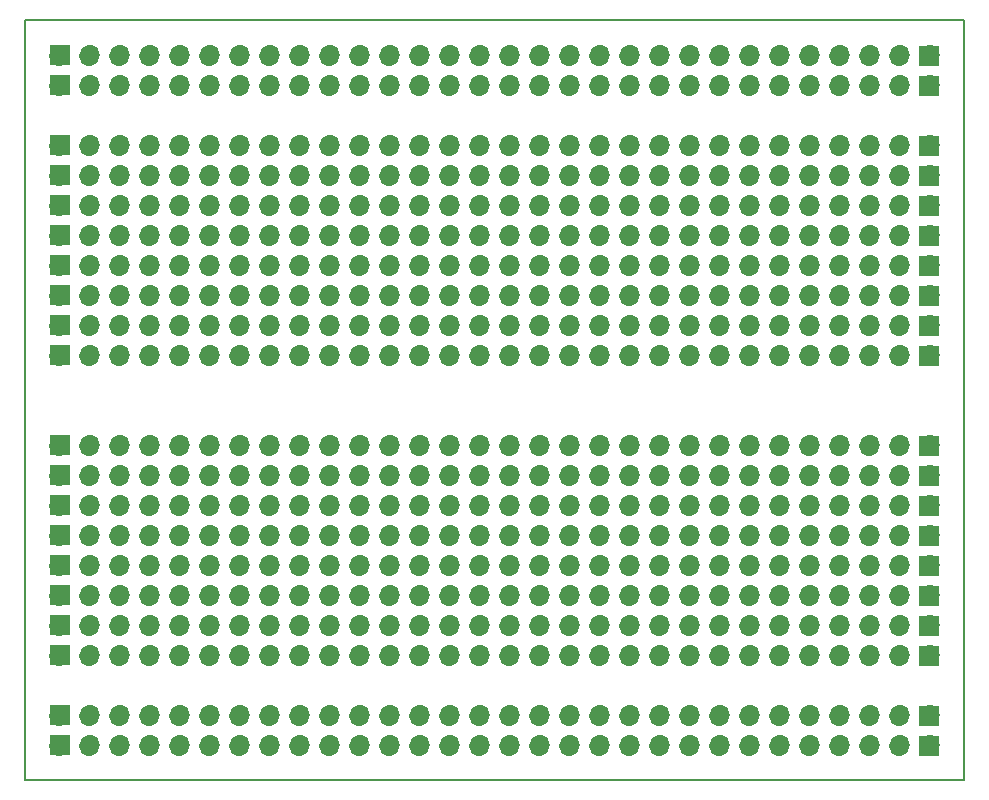
<source format=gbr>
%TF.GenerationSoftware,KiCad,Pcbnew,8.0.1*%
%TF.CreationDate,2024-04-20T18:08:00+02:00*%
%TF.ProjectId,proto_board_V3,70726f74-6f5f-4626-9f61-72645f56332e,rev?*%
%TF.SameCoordinates,Original*%
%TF.FileFunction,Copper,L1,Top*%
%TF.FilePolarity,Positive*%
%FSLAX46Y46*%
G04 Gerber Fmt 4.6, Leading zero omitted, Abs format (unit mm)*
G04 Created by KiCad (PCBNEW 8.0.1) date 2024-04-20 18:08:00*
%MOMM*%
%LPD*%
G01*
G04 APERTURE LIST*
%TA.AperFunction,NonConductor*%
%ADD10C,0.200000*%
%TD*%
%TA.AperFunction,ComponentPad*%
%ADD11R,1.700000X1.700000*%
%TD*%
%TA.AperFunction,ComponentPad*%
%ADD12O,1.700000X1.700000*%
%TD*%
G04 APERTURE END LIST*
D10*
X45450000Y-46440000D02*
X124990000Y-46440000D01*
X124990000Y-110790000D01*
X45450000Y-110790000D01*
X45450000Y-46440000D01*
D11*
%TO.P,REF\u002A\u002A,1*%
%TO.N,N/C*%
X122000000Y-52030000D03*
D12*
%TO.P,REF\u002A\u002A,2*%
X119460000Y-52030000D03*
%TO.P,REF\u002A\u002A,3*%
X116920000Y-52030000D03*
%TO.P,REF\u002A\u002A,4*%
X114380000Y-52030000D03*
%TO.P,REF\u002A\u002A,5*%
X111840000Y-52030000D03*
%TO.P,REF\u002A\u002A,6*%
X109300000Y-52030000D03*
%TO.P,REF\u002A\u002A,7*%
X106760000Y-52030000D03*
%TO.P,REF\u002A\u002A,8*%
X104220000Y-52030000D03*
%TO.P,REF\u002A\u002A,9*%
X101680000Y-52030000D03*
%TO.P,REF\u002A\u002A,10*%
X99140000Y-52030000D03*
%TO.P,REF\u002A\u002A,11*%
X96600000Y-52030000D03*
%TO.P,REF\u002A\u002A,12*%
X94060000Y-52030000D03*
%TO.P,REF\u002A\u002A,13*%
X91520000Y-52030000D03*
%TO.P,REF\u002A\u002A,14*%
X88980000Y-52030000D03*
%TO.P,REF\u002A\u002A,15*%
X86440000Y-52030000D03*
%TO.P,REF\u002A\u002A,16*%
X83900000Y-52030000D03*
%TO.P,REF\u002A\u002A,17*%
X81360000Y-52030000D03*
%TO.P,REF\u002A\u002A,18*%
X78820000Y-52030000D03*
%TO.P,REF\u002A\u002A,19*%
X76280000Y-52030000D03*
%TO.P,REF\u002A\u002A,20*%
X73740000Y-52030000D03*
%TO.P,REF\u002A\u002A,21*%
X71200000Y-52030000D03*
%TO.P,REF\u002A\u002A,22*%
X68660000Y-52030000D03*
%TO.P,REF\u002A\u002A,23*%
X66120000Y-52030000D03*
%TO.P,REF\u002A\u002A,24*%
X63580000Y-52030000D03*
%TO.P,REF\u002A\u002A,25*%
X61040000Y-52030000D03*
%TO.P,REF\u002A\u002A,26*%
X58500000Y-52030000D03*
%TO.P,REF\u002A\u002A,27*%
X55960000Y-52030000D03*
%TO.P,REF\u002A\u002A,28*%
X53420000Y-52030000D03*
%TO.P,REF\u002A\u002A,29*%
X50880000Y-52030000D03*
%TO.P,REF\u002A\u002A,30*%
X48340000Y-52030000D03*
%TD*%
D11*
%TO.P,REF\u002A\u002A,1*%
%TO.N,N/C*%
X122010000Y-97750000D03*
D12*
%TO.P,REF\u002A\u002A,2*%
X119470000Y-97750000D03*
%TO.P,REF\u002A\u002A,3*%
X116930000Y-97750000D03*
%TO.P,REF\u002A\u002A,4*%
X114390000Y-97750000D03*
%TO.P,REF\u002A\u002A,5*%
X111850000Y-97750000D03*
%TO.P,REF\u002A\u002A,6*%
X109310000Y-97750000D03*
%TO.P,REF\u002A\u002A,7*%
X106770000Y-97750000D03*
%TO.P,REF\u002A\u002A,8*%
X104230000Y-97750000D03*
%TO.P,REF\u002A\u002A,9*%
X101690000Y-97750000D03*
%TO.P,REF\u002A\u002A,10*%
X99150000Y-97750000D03*
%TO.P,REF\u002A\u002A,11*%
X96610000Y-97750000D03*
%TO.P,REF\u002A\u002A,12*%
X94070000Y-97750000D03*
%TO.P,REF\u002A\u002A,13*%
X91530000Y-97750000D03*
%TO.P,REF\u002A\u002A,14*%
X88990000Y-97750000D03*
%TO.P,REF\u002A\u002A,15*%
X86450000Y-97750000D03*
%TO.P,REF\u002A\u002A,16*%
X83910000Y-97750000D03*
%TO.P,REF\u002A\u002A,17*%
X81370000Y-97750000D03*
%TO.P,REF\u002A\u002A,18*%
X78830000Y-97750000D03*
%TO.P,REF\u002A\u002A,19*%
X76290000Y-97750000D03*
%TO.P,REF\u002A\u002A,20*%
X73750000Y-97750000D03*
%TO.P,REF\u002A\u002A,21*%
X71210000Y-97750000D03*
%TO.P,REF\u002A\u002A,22*%
X68670000Y-97750000D03*
%TO.P,REF\u002A\u002A,23*%
X66130000Y-97750000D03*
%TO.P,REF\u002A\u002A,24*%
X63590000Y-97750000D03*
%TO.P,REF\u002A\u002A,25*%
X61050000Y-97750000D03*
%TO.P,REF\u002A\u002A,26*%
X58510000Y-97750000D03*
%TO.P,REF\u002A\u002A,27*%
X55970000Y-97750000D03*
%TO.P,REF\u002A\u002A,28*%
X53430000Y-97750000D03*
%TO.P,REF\u002A\u002A,29*%
X50890000Y-97750000D03*
%TO.P,REF\u002A\u002A,30*%
X48350000Y-97750000D03*
%TD*%
D11*
%TO.P,REF\u002A\u002A,1*%
%TO.N,N/C*%
X122000000Y-62190000D03*
D12*
%TO.P,REF\u002A\u002A,2*%
X119460000Y-62190000D03*
%TO.P,REF\u002A\u002A,3*%
X116920000Y-62190000D03*
%TO.P,REF\u002A\u002A,4*%
X114380000Y-62190000D03*
%TO.P,REF\u002A\u002A,5*%
X111840000Y-62190000D03*
%TO.P,REF\u002A\u002A,6*%
X109300000Y-62190000D03*
%TO.P,REF\u002A\u002A,7*%
X106760000Y-62190000D03*
%TO.P,REF\u002A\u002A,8*%
X104220000Y-62190000D03*
%TO.P,REF\u002A\u002A,9*%
X101680000Y-62190000D03*
%TO.P,REF\u002A\u002A,10*%
X99140000Y-62190000D03*
%TO.P,REF\u002A\u002A,11*%
X96600000Y-62190000D03*
%TO.P,REF\u002A\u002A,12*%
X94060000Y-62190000D03*
%TO.P,REF\u002A\u002A,13*%
X91520000Y-62190000D03*
%TO.P,REF\u002A\u002A,14*%
X88980000Y-62190000D03*
%TO.P,REF\u002A\u002A,15*%
X86440000Y-62190000D03*
%TO.P,REF\u002A\u002A,16*%
X83900000Y-62190000D03*
%TO.P,REF\u002A\u002A,17*%
X81360000Y-62190000D03*
%TO.P,REF\u002A\u002A,18*%
X78820000Y-62190000D03*
%TO.P,REF\u002A\u002A,19*%
X76280000Y-62190000D03*
%TO.P,REF\u002A\u002A,20*%
X73740000Y-62190000D03*
%TO.P,REF\u002A\u002A,21*%
X71200000Y-62190000D03*
%TO.P,REF\u002A\u002A,22*%
X68660000Y-62190000D03*
%TO.P,REF\u002A\u002A,23*%
X66120000Y-62190000D03*
%TO.P,REF\u002A\u002A,24*%
X63580000Y-62190000D03*
%TO.P,REF\u002A\u002A,25*%
X61040000Y-62190000D03*
%TO.P,REF\u002A\u002A,26*%
X58500000Y-62190000D03*
%TO.P,REF\u002A\u002A,27*%
X55960000Y-62190000D03*
%TO.P,REF\u002A\u002A,28*%
X53420000Y-62190000D03*
%TO.P,REF\u002A\u002A,29*%
X50880000Y-62190000D03*
%TO.P,REF\u002A\u002A,30*%
X48340000Y-62190000D03*
%TD*%
D11*
%TO.P,REF\u002A\u002A,1*%
%TO.N,N/C*%
X122000000Y-74890000D03*
D12*
%TO.P,REF\u002A\u002A,2*%
X119460000Y-74890000D03*
%TO.P,REF\u002A\u002A,3*%
X116920000Y-74890000D03*
%TO.P,REF\u002A\u002A,4*%
X114380000Y-74890000D03*
%TO.P,REF\u002A\u002A,5*%
X111840000Y-74890000D03*
%TO.P,REF\u002A\u002A,6*%
X109300000Y-74890000D03*
%TO.P,REF\u002A\u002A,7*%
X106760000Y-74890000D03*
%TO.P,REF\u002A\u002A,8*%
X104220000Y-74890000D03*
%TO.P,REF\u002A\u002A,9*%
X101680000Y-74890000D03*
%TO.P,REF\u002A\u002A,10*%
X99140000Y-74890000D03*
%TO.P,REF\u002A\u002A,11*%
X96600000Y-74890000D03*
%TO.P,REF\u002A\u002A,12*%
X94060000Y-74890000D03*
%TO.P,REF\u002A\u002A,13*%
X91520000Y-74890000D03*
%TO.P,REF\u002A\u002A,14*%
X88980000Y-74890000D03*
%TO.P,REF\u002A\u002A,15*%
X86440000Y-74890000D03*
%TO.P,REF\u002A\u002A,16*%
X83900000Y-74890000D03*
%TO.P,REF\u002A\u002A,17*%
X81360000Y-74890000D03*
%TO.P,REF\u002A\u002A,18*%
X78820000Y-74890000D03*
%TO.P,REF\u002A\u002A,19*%
X76280000Y-74890000D03*
%TO.P,REF\u002A\u002A,20*%
X73740000Y-74890000D03*
%TO.P,REF\u002A\u002A,21*%
X71200000Y-74890000D03*
%TO.P,REF\u002A\u002A,22*%
X68660000Y-74890000D03*
%TO.P,REF\u002A\u002A,23*%
X66120000Y-74890000D03*
%TO.P,REF\u002A\u002A,24*%
X63580000Y-74890000D03*
%TO.P,REF\u002A\u002A,25*%
X61040000Y-74890000D03*
%TO.P,REF\u002A\u002A,26*%
X58500000Y-74890000D03*
%TO.P,REF\u002A\u002A,27*%
X55960000Y-74890000D03*
%TO.P,REF\u002A\u002A,28*%
X53420000Y-74890000D03*
%TO.P,REF\u002A\u002A,29*%
X50880000Y-74890000D03*
%TO.P,REF\u002A\u002A,30*%
X48340000Y-74890000D03*
%TD*%
D11*
%TO.P,REF\u002A\u002A,1*%
%TO.N,N/C*%
X122000000Y-69810000D03*
D12*
%TO.P,REF\u002A\u002A,2*%
X119460000Y-69810000D03*
%TO.P,REF\u002A\u002A,3*%
X116920000Y-69810000D03*
%TO.P,REF\u002A\u002A,4*%
X114380000Y-69810000D03*
%TO.P,REF\u002A\u002A,5*%
X111840000Y-69810000D03*
%TO.P,REF\u002A\u002A,6*%
X109300000Y-69810000D03*
%TO.P,REF\u002A\u002A,7*%
X106760000Y-69810000D03*
%TO.P,REF\u002A\u002A,8*%
X104220000Y-69810000D03*
%TO.P,REF\u002A\u002A,9*%
X101680000Y-69810000D03*
%TO.P,REF\u002A\u002A,10*%
X99140000Y-69810000D03*
%TO.P,REF\u002A\u002A,11*%
X96600000Y-69810000D03*
%TO.P,REF\u002A\u002A,12*%
X94060000Y-69810000D03*
%TO.P,REF\u002A\u002A,13*%
X91520000Y-69810000D03*
%TO.P,REF\u002A\u002A,14*%
X88980000Y-69810000D03*
%TO.P,REF\u002A\u002A,15*%
X86440000Y-69810000D03*
%TO.P,REF\u002A\u002A,16*%
X83900000Y-69810000D03*
%TO.P,REF\u002A\u002A,17*%
X81360000Y-69810000D03*
%TO.P,REF\u002A\u002A,18*%
X78820000Y-69810000D03*
%TO.P,REF\u002A\u002A,19*%
X76280000Y-69810000D03*
%TO.P,REF\u002A\u002A,20*%
X73740000Y-69810000D03*
%TO.P,REF\u002A\u002A,21*%
X71200000Y-69810000D03*
%TO.P,REF\u002A\u002A,22*%
X68660000Y-69810000D03*
%TO.P,REF\u002A\u002A,23*%
X66120000Y-69810000D03*
%TO.P,REF\u002A\u002A,24*%
X63580000Y-69810000D03*
%TO.P,REF\u002A\u002A,25*%
X61040000Y-69810000D03*
%TO.P,REF\u002A\u002A,26*%
X58500000Y-69810000D03*
%TO.P,REF\u002A\u002A,27*%
X55960000Y-69810000D03*
%TO.P,REF\u002A\u002A,28*%
X53420000Y-69810000D03*
%TO.P,REF\u002A\u002A,29*%
X50880000Y-69810000D03*
%TO.P,REF\u002A\u002A,30*%
X48340000Y-69810000D03*
%TD*%
D11*
%TO.P,REF\u002A\u002A,1*%
%TO.N,N/C*%
X122000000Y-64730000D03*
D12*
%TO.P,REF\u002A\u002A,2*%
X119460000Y-64730000D03*
%TO.P,REF\u002A\u002A,3*%
X116920000Y-64730000D03*
%TO.P,REF\u002A\u002A,4*%
X114380000Y-64730000D03*
%TO.P,REF\u002A\u002A,5*%
X111840000Y-64730000D03*
%TO.P,REF\u002A\u002A,6*%
X109300000Y-64730000D03*
%TO.P,REF\u002A\u002A,7*%
X106760000Y-64730000D03*
%TO.P,REF\u002A\u002A,8*%
X104220000Y-64730000D03*
%TO.P,REF\u002A\u002A,9*%
X101680000Y-64730000D03*
%TO.P,REF\u002A\u002A,10*%
X99140000Y-64730000D03*
%TO.P,REF\u002A\u002A,11*%
X96600000Y-64730000D03*
%TO.P,REF\u002A\u002A,12*%
X94060000Y-64730000D03*
%TO.P,REF\u002A\u002A,13*%
X91520000Y-64730000D03*
%TO.P,REF\u002A\u002A,14*%
X88980000Y-64730000D03*
%TO.P,REF\u002A\u002A,15*%
X86440000Y-64730000D03*
%TO.P,REF\u002A\u002A,16*%
X83900000Y-64730000D03*
%TO.P,REF\u002A\u002A,17*%
X81360000Y-64730000D03*
%TO.P,REF\u002A\u002A,18*%
X78820000Y-64730000D03*
%TO.P,REF\u002A\u002A,19*%
X76280000Y-64730000D03*
%TO.P,REF\u002A\u002A,20*%
X73740000Y-64730000D03*
%TO.P,REF\u002A\u002A,21*%
X71200000Y-64730000D03*
%TO.P,REF\u002A\u002A,22*%
X68660000Y-64730000D03*
%TO.P,REF\u002A\u002A,23*%
X66120000Y-64730000D03*
%TO.P,REF\u002A\u002A,24*%
X63580000Y-64730000D03*
%TO.P,REF\u002A\u002A,25*%
X61040000Y-64730000D03*
%TO.P,REF\u002A\u002A,26*%
X58500000Y-64730000D03*
%TO.P,REF\u002A\u002A,27*%
X55960000Y-64730000D03*
%TO.P,REF\u002A\u002A,28*%
X53420000Y-64730000D03*
%TO.P,REF\u002A\u002A,29*%
X50880000Y-64730000D03*
%TO.P,REF\u002A\u002A,30*%
X48340000Y-64730000D03*
%TD*%
D11*
%TO.P,REF\u002A\u002A,1*%
%TO.N,N/C*%
X122010000Y-105370000D03*
D12*
%TO.P,REF\u002A\u002A,2*%
X119470000Y-105370000D03*
%TO.P,REF\u002A\u002A,3*%
X116930000Y-105370000D03*
%TO.P,REF\u002A\u002A,4*%
X114390000Y-105370000D03*
%TO.P,REF\u002A\u002A,5*%
X111850000Y-105370000D03*
%TO.P,REF\u002A\u002A,6*%
X109310000Y-105370000D03*
%TO.P,REF\u002A\u002A,7*%
X106770000Y-105370000D03*
%TO.P,REF\u002A\u002A,8*%
X104230000Y-105370000D03*
%TO.P,REF\u002A\u002A,9*%
X101690000Y-105370000D03*
%TO.P,REF\u002A\u002A,10*%
X99150000Y-105370000D03*
%TO.P,REF\u002A\u002A,11*%
X96610000Y-105370000D03*
%TO.P,REF\u002A\u002A,12*%
X94070000Y-105370000D03*
%TO.P,REF\u002A\u002A,13*%
X91530000Y-105370000D03*
%TO.P,REF\u002A\u002A,14*%
X88990000Y-105370000D03*
%TO.P,REF\u002A\u002A,15*%
X86450000Y-105370000D03*
%TO.P,REF\u002A\u002A,16*%
X83910000Y-105370000D03*
%TO.P,REF\u002A\u002A,17*%
X81370000Y-105370000D03*
%TO.P,REF\u002A\u002A,18*%
X78830000Y-105370000D03*
%TO.P,REF\u002A\u002A,19*%
X76290000Y-105370000D03*
%TO.P,REF\u002A\u002A,20*%
X73750000Y-105370000D03*
%TO.P,REF\u002A\u002A,21*%
X71210000Y-105370000D03*
%TO.P,REF\u002A\u002A,22*%
X68670000Y-105370000D03*
%TO.P,REF\u002A\u002A,23*%
X66130000Y-105370000D03*
%TO.P,REF\u002A\u002A,24*%
X63590000Y-105370000D03*
%TO.P,REF\u002A\u002A,25*%
X61050000Y-105370000D03*
%TO.P,REF\u002A\u002A,26*%
X58510000Y-105370000D03*
%TO.P,REF\u002A\u002A,27*%
X55970000Y-105370000D03*
%TO.P,REF\u002A\u002A,28*%
X53430000Y-105370000D03*
%TO.P,REF\u002A\u002A,29*%
X50890000Y-105370000D03*
%TO.P,REF\u002A\u002A,30*%
X48350000Y-105370000D03*
%TD*%
%TO.P,,25*%
%TO.N,N/C*%
X83905000Y-72345000D03*
%TD*%
D11*
%TO.P,REF\u002A\u002A,1*%
%TO.N,N/C*%
X48400000Y-57060000D03*
D12*
%TO.P,REF\u002A\u002A,2*%
X50940000Y-57060000D03*
%TO.P,REF\u002A\u002A,3*%
X53480000Y-57060000D03*
%TO.P,REF\u002A\u002A,4*%
X56020000Y-57060000D03*
%TO.P,REF\u002A\u002A,5*%
X58560000Y-57060000D03*
%TO.P,REF\u002A\u002A,6*%
X61100000Y-57060000D03*
%TO.P,REF\u002A\u002A,7*%
X63640000Y-57060000D03*
%TO.P,REF\u002A\u002A,8*%
X66180000Y-57060000D03*
%TO.P,REF\u002A\u002A,9*%
X68720000Y-57060000D03*
%TO.P,REF\u002A\u002A,10*%
X71260000Y-57060000D03*
%TO.P,REF\u002A\u002A,11*%
X73800000Y-57060000D03*
%TO.P,REF\u002A\u002A,12*%
X76340000Y-57060000D03*
%TO.P,REF\u002A\u002A,13*%
X78880000Y-57060000D03*
%TO.P,REF\u002A\u002A,14*%
X81420000Y-57060000D03*
%TO.P,REF\u002A\u002A,15*%
X83960000Y-57060000D03*
%TO.P,REF\u002A\u002A,16*%
X86500000Y-57060000D03*
%TO.P,REF\u002A\u002A,17*%
X89040000Y-57060000D03*
%TO.P,REF\u002A\u002A,18*%
X91580000Y-57060000D03*
%TO.P,REF\u002A\u002A,19*%
X94120000Y-57060000D03*
%TO.P,REF\u002A\u002A,20*%
X96660000Y-57060000D03*
%TO.P,REF\u002A\u002A,21*%
X99200000Y-57060000D03*
%TO.P,REF\u002A\u002A,22*%
X101740000Y-57060000D03*
%TO.P,REF\u002A\u002A,23*%
X104280000Y-57060000D03*
%TO.P,REF\u002A\u002A,24*%
X106820000Y-57060000D03*
%TO.P,REF\u002A\u002A,25*%
X109360000Y-57060000D03*
%TO.P,REF\u002A\u002A,26*%
X111900000Y-57060000D03*
%TO.P,REF\u002A\u002A,27*%
X114440000Y-57060000D03*
%TO.P,REF\u002A\u002A,28*%
X116980000Y-57060000D03*
%TO.P,REF\u002A\u002A,29*%
X119520000Y-57060000D03*
%TO.P,REF\u002A\u002A,30*%
X122060000Y-57060000D03*
%TD*%
D11*
%TO.P,REF\u002A\u002A,1*%
%TO.N,N/C*%
X48410000Y-107860000D03*
D12*
%TO.P,REF\u002A\u002A,2*%
X50950000Y-107860000D03*
%TO.P,REF\u002A\u002A,3*%
X53490000Y-107860000D03*
%TO.P,REF\u002A\u002A,4*%
X56030000Y-107860000D03*
%TO.P,REF\u002A\u002A,5*%
X58570000Y-107860000D03*
%TO.P,REF\u002A\u002A,6*%
X61110000Y-107860000D03*
%TO.P,REF\u002A\u002A,7*%
X63650000Y-107860000D03*
%TO.P,REF\u002A\u002A,8*%
X66190000Y-107860000D03*
%TO.P,REF\u002A\u002A,9*%
X68730000Y-107860000D03*
%TO.P,REF\u002A\u002A,10*%
X71270000Y-107860000D03*
%TO.P,REF\u002A\u002A,11*%
X73810000Y-107860000D03*
%TO.P,REF\u002A\u002A,12*%
X76350000Y-107860000D03*
%TO.P,REF\u002A\u002A,13*%
X78890000Y-107860000D03*
%TO.P,REF\u002A\u002A,14*%
X81430000Y-107860000D03*
%TO.P,REF\u002A\u002A,15*%
X83970000Y-107860000D03*
%TO.P,REF\u002A\u002A,16*%
X86510000Y-107860000D03*
%TO.P,REF\u002A\u002A,17*%
X89050000Y-107860000D03*
%TO.P,REF\u002A\u002A,18*%
X91590000Y-107860000D03*
%TO.P,REF\u002A\u002A,19*%
X94130000Y-107860000D03*
%TO.P,REF\u002A\u002A,20*%
X96670000Y-107860000D03*
%TO.P,REF\u002A\u002A,21*%
X99210000Y-107860000D03*
%TO.P,REF\u002A\u002A,22*%
X101750000Y-107860000D03*
%TO.P,REF\u002A\u002A,23*%
X104290000Y-107860000D03*
%TO.P,REF\u002A\u002A,24*%
X106830000Y-107860000D03*
%TO.P,REF\u002A\u002A,25*%
X109370000Y-107860000D03*
%TO.P,REF\u002A\u002A,26*%
X111910000Y-107860000D03*
%TO.P,REF\u002A\u002A,27*%
X114450000Y-107860000D03*
%TO.P,REF\u002A\u002A,28*%
X116990000Y-107860000D03*
%TO.P,REF\u002A\u002A,29*%
X119530000Y-107860000D03*
%TO.P,REF\u002A\u002A,30*%
X122070000Y-107860000D03*
%TD*%
D11*
%TO.P,REF\u002A\u002A,1*%
%TO.N,N/C*%
X48410000Y-87540000D03*
D12*
%TO.P,REF\u002A\u002A,2*%
X50950000Y-87540000D03*
%TO.P,REF\u002A\u002A,3*%
X53490000Y-87540000D03*
%TO.P,REF\u002A\u002A,4*%
X56030000Y-87540000D03*
%TO.P,REF\u002A\u002A,5*%
X58570000Y-87540000D03*
%TO.P,REF\u002A\u002A,6*%
X61110000Y-87540000D03*
%TO.P,REF\u002A\u002A,7*%
X63650000Y-87540000D03*
%TO.P,REF\u002A\u002A,8*%
X66190000Y-87540000D03*
%TO.P,REF\u002A\u002A,9*%
X68730000Y-87540000D03*
%TO.P,REF\u002A\u002A,10*%
X71270000Y-87540000D03*
%TO.P,REF\u002A\u002A,11*%
X73810000Y-87540000D03*
%TO.P,REF\u002A\u002A,12*%
X76350000Y-87540000D03*
%TO.P,REF\u002A\u002A,13*%
X78890000Y-87540000D03*
%TO.P,REF\u002A\u002A,14*%
X81430000Y-87540000D03*
%TO.P,REF\u002A\u002A,15*%
X83970000Y-87540000D03*
%TO.P,REF\u002A\u002A,16*%
X86510000Y-87540000D03*
%TO.P,REF\u002A\u002A,17*%
X89050000Y-87540000D03*
%TO.P,REF\u002A\u002A,18*%
X91590000Y-87540000D03*
%TO.P,REF\u002A\u002A,19*%
X94130000Y-87540000D03*
%TO.P,REF\u002A\u002A,20*%
X96670000Y-87540000D03*
%TO.P,REF\u002A\u002A,21*%
X99210000Y-87540000D03*
%TO.P,REF\u002A\u002A,22*%
X101750000Y-87540000D03*
%TO.P,REF\u002A\u002A,23*%
X104290000Y-87540000D03*
%TO.P,REF\u002A\u002A,24*%
X106830000Y-87540000D03*
%TO.P,REF\u002A\u002A,25*%
X109370000Y-87540000D03*
%TO.P,REF\u002A\u002A,26*%
X111910000Y-87540000D03*
%TO.P,REF\u002A\u002A,27*%
X114450000Y-87540000D03*
%TO.P,REF\u002A\u002A,28*%
X116990000Y-87540000D03*
%TO.P,REF\u002A\u002A,29*%
X119530000Y-87540000D03*
%TO.P,REF\u002A\u002A,30*%
X122070000Y-87540000D03*
%TD*%
D11*
%TO.P,REF\u002A\u002A,1*%
%TO.N,N/C*%
X48410000Y-97700000D03*
D12*
%TO.P,REF\u002A\u002A,2*%
X50950000Y-97700000D03*
%TO.P,REF\u002A\u002A,3*%
X53490000Y-97700000D03*
%TO.P,REF\u002A\u002A,4*%
X56030000Y-97700000D03*
%TO.P,REF\u002A\u002A,5*%
X58570000Y-97700000D03*
%TO.P,REF\u002A\u002A,6*%
X61110000Y-97700000D03*
%TO.P,REF\u002A\u002A,7*%
X63650000Y-97700000D03*
%TO.P,REF\u002A\u002A,8*%
X66190000Y-97700000D03*
%TO.P,REF\u002A\u002A,9*%
X68730000Y-97700000D03*
%TO.P,REF\u002A\u002A,10*%
X71270000Y-97700000D03*
%TO.P,REF\u002A\u002A,11*%
X73810000Y-97700000D03*
%TO.P,REF\u002A\u002A,12*%
X76350000Y-97700000D03*
%TO.P,REF\u002A\u002A,13*%
X78890000Y-97700000D03*
%TO.P,REF\u002A\u002A,14*%
X81430000Y-97700000D03*
%TO.P,REF\u002A\u002A,15*%
X83970000Y-97700000D03*
%TO.P,REF\u002A\u002A,16*%
X86510000Y-97700000D03*
%TO.P,REF\u002A\u002A,17*%
X89050000Y-97700000D03*
%TO.P,REF\u002A\u002A,18*%
X91590000Y-97700000D03*
%TO.P,REF\u002A\u002A,19*%
X94130000Y-97700000D03*
%TO.P,REF\u002A\u002A,20*%
X96670000Y-97700000D03*
%TO.P,REF\u002A\u002A,21*%
X99210000Y-97700000D03*
%TO.P,REF\u002A\u002A,22*%
X101750000Y-97700000D03*
%TO.P,REF\u002A\u002A,23*%
X104290000Y-97700000D03*
%TO.P,REF\u002A\u002A,24*%
X106830000Y-97700000D03*
%TO.P,REF\u002A\u002A,25*%
X109370000Y-97700000D03*
%TO.P,REF\u002A\u002A,26*%
X111910000Y-97700000D03*
%TO.P,REF\u002A\u002A,27*%
X114450000Y-97700000D03*
%TO.P,REF\u002A\u002A,28*%
X116990000Y-97700000D03*
%TO.P,REF\u002A\u002A,29*%
X119530000Y-97700000D03*
%TO.P,REF\u002A\u002A,30*%
X122070000Y-97700000D03*
%TD*%
D11*
%TO.P,REF\u002A\u002A,1*%
%TO.N,N/C*%
X48400000Y-72300000D03*
D12*
%TO.P,REF\u002A\u002A,2*%
X50940000Y-72300000D03*
%TO.P,REF\u002A\u002A,3*%
X53480000Y-72300000D03*
%TO.P,REF\u002A\u002A,4*%
X56020000Y-72300000D03*
%TO.P,REF\u002A\u002A,5*%
X58560000Y-72300000D03*
%TO.P,REF\u002A\u002A,6*%
X61100000Y-72300000D03*
%TO.P,REF\u002A\u002A,7*%
X63640000Y-72300000D03*
%TO.P,REF\u002A\u002A,8*%
X66180000Y-72300000D03*
%TO.P,REF\u002A\u002A,9*%
X68720000Y-72300000D03*
%TO.P,REF\u002A\u002A,10*%
X71260000Y-72300000D03*
%TO.P,REF\u002A\u002A,11*%
X73800000Y-72300000D03*
%TO.P,REF\u002A\u002A,12*%
X76340000Y-72300000D03*
%TO.P,REF\u002A\u002A,13*%
X78880000Y-72300000D03*
%TO.P,REF\u002A\u002A,14*%
X81420000Y-72300000D03*
%TO.P,REF\u002A\u002A,15*%
X83960000Y-72300000D03*
%TO.P,REF\u002A\u002A,16*%
X86500000Y-72300000D03*
%TO.P,REF\u002A\u002A,17*%
X89040000Y-72300000D03*
%TO.P,REF\u002A\u002A,18*%
X91580000Y-72300000D03*
%TO.P,REF\u002A\u002A,19*%
X94120000Y-72300000D03*
%TO.P,REF\u002A\u002A,20*%
X96660000Y-72300000D03*
%TO.P,REF\u002A\u002A,21*%
X99200000Y-72300000D03*
%TO.P,REF\u002A\u002A,22*%
X101740000Y-72300000D03*
%TO.P,REF\u002A\u002A,23*%
X104280000Y-72300000D03*
%TO.P,REF\u002A\u002A,24*%
X106820000Y-72300000D03*
%TO.P,REF\u002A\u002A,25*%
X109360000Y-72300000D03*
%TO.P,REF\u002A\u002A,26*%
X111900000Y-72300000D03*
%TO.P,REF\u002A\u002A,27*%
X114440000Y-72300000D03*
%TO.P,REF\u002A\u002A,28*%
X116980000Y-72300000D03*
%TO.P,REF\u002A\u002A,29*%
X119520000Y-72300000D03*
%TO.P,REF\u002A\u002A,30*%
X122060000Y-72300000D03*
%TD*%
D11*
%TO.P,REF\u002A\u002A,1*%
%TO.N,N/C*%
X48410000Y-85000000D03*
D12*
%TO.P,REF\u002A\u002A,2*%
X50950000Y-85000000D03*
%TO.P,REF\u002A\u002A,3*%
X53490000Y-85000000D03*
%TO.P,REF\u002A\u002A,4*%
X56030000Y-85000000D03*
%TO.P,REF\u002A\u002A,5*%
X58570000Y-85000000D03*
%TO.P,REF\u002A\u002A,6*%
X61110000Y-85000000D03*
%TO.P,REF\u002A\u002A,7*%
X63650000Y-85000000D03*
%TO.P,REF\u002A\u002A,8*%
X66190000Y-85000000D03*
%TO.P,REF\u002A\u002A,9*%
X68730000Y-85000000D03*
%TO.P,REF\u002A\u002A,10*%
X71270000Y-85000000D03*
%TO.P,REF\u002A\u002A,11*%
X73810000Y-85000000D03*
%TO.P,REF\u002A\u002A,12*%
X76350000Y-85000000D03*
%TO.P,REF\u002A\u002A,13*%
X78890000Y-85000000D03*
%TO.P,REF\u002A\u002A,14*%
X81430000Y-85000000D03*
%TO.P,REF\u002A\u002A,15*%
X83970000Y-85000000D03*
%TO.P,REF\u002A\u002A,16*%
X86510000Y-85000000D03*
%TO.P,REF\u002A\u002A,17*%
X89050000Y-85000000D03*
%TO.P,REF\u002A\u002A,18*%
X91590000Y-85000000D03*
%TO.P,REF\u002A\u002A,19*%
X94130000Y-85000000D03*
%TO.P,REF\u002A\u002A,20*%
X96670000Y-85000000D03*
%TO.P,REF\u002A\u002A,21*%
X99210000Y-85000000D03*
%TO.P,REF\u002A\u002A,22*%
X101750000Y-85000000D03*
%TO.P,REF\u002A\u002A,23*%
X104290000Y-85000000D03*
%TO.P,REF\u002A\u002A,24*%
X106830000Y-85000000D03*
%TO.P,REF\u002A\u002A,25*%
X109370000Y-85000000D03*
%TO.P,REF\u002A\u002A,26*%
X111910000Y-85000000D03*
%TO.P,REF\u002A\u002A,27*%
X114450000Y-85000000D03*
%TO.P,REF\u002A\u002A,28*%
X116990000Y-85000000D03*
%TO.P,REF\u002A\u002A,29*%
X119530000Y-85000000D03*
%TO.P,REF\u002A\u002A,30*%
X122070000Y-85000000D03*
%TD*%
D11*
%TO.P,REF\u002A\u002A,1*%
%TO.N,N/C*%
X48410000Y-100240000D03*
D12*
%TO.P,REF\u002A\u002A,2*%
X50950000Y-100240000D03*
%TO.P,REF\u002A\u002A,3*%
X53490000Y-100240000D03*
%TO.P,REF\u002A\u002A,4*%
X56030000Y-100240000D03*
%TO.P,REF\u002A\u002A,5*%
X58570000Y-100240000D03*
%TO.P,REF\u002A\u002A,6*%
X61110000Y-100240000D03*
%TO.P,REF\u002A\u002A,7*%
X63650000Y-100240000D03*
%TO.P,REF\u002A\u002A,8*%
X66190000Y-100240000D03*
%TO.P,REF\u002A\u002A,9*%
X68730000Y-100240000D03*
%TO.P,REF\u002A\u002A,10*%
X71270000Y-100240000D03*
%TO.P,REF\u002A\u002A,11*%
X73810000Y-100240000D03*
%TO.P,REF\u002A\u002A,12*%
X76350000Y-100240000D03*
%TO.P,REF\u002A\u002A,13*%
X78890000Y-100240000D03*
%TO.P,REF\u002A\u002A,14*%
X81430000Y-100240000D03*
%TO.P,REF\u002A\u002A,15*%
X83970000Y-100240000D03*
%TO.P,REF\u002A\u002A,16*%
X86510000Y-100240000D03*
%TO.P,REF\u002A\u002A,17*%
X89050000Y-100240000D03*
%TO.P,REF\u002A\u002A,18*%
X91590000Y-100240000D03*
%TO.P,REF\u002A\u002A,19*%
X94130000Y-100240000D03*
%TO.P,REF\u002A\u002A,20*%
X96670000Y-100240000D03*
%TO.P,REF\u002A\u002A,21*%
X99210000Y-100240000D03*
%TO.P,REF\u002A\u002A,22*%
X101750000Y-100240000D03*
%TO.P,REF\u002A\u002A,23*%
X104290000Y-100240000D03*
%TO.P,REF\u002A\u002A,24*%
X106830000Y-100240000D03*
%TO.P,REF\u002A\u002A,25*%
X109370000Y-100240000D03*
%TO.P,REF\u002A\u002A,26*%
X111910000Y-100240000D03*
%TO.P,REF\u002A\u002A,27*%
X114450000Y-100240000D03*
%TO.P,REF\u002A\u002A,28*%
X116990000Y-100240000D03*
%TO.P,REF\u002A\u002A,29*%
X119530000Y-100240000D03*
%TO.P,REF\u002A\u002A,30*%
X122070000Y-100240000D03*
%TD*%
D11*
%TO.P,REF\u002A\u002A,1*%
%TO.N,N/C*%
X122010000Y-82510000D03*
D12*
%TO.P,REF\u002A\u002A,2*%
X119470000Y-82510000D03*
%TO.P,REF\u002A\u002A,3*%
X116930000Y-82510000D03*
%TO.P,REF\u002A\u002A,4*%
X114390000Y-82510000D03*
%TO.P,REF\u002A\u002A,5*%
X111850000Y-82510000D03*
%TO.P,REF\u002A\u002A,6*%
X109310000Y-82510000D03*
%TO.P,REF\u002A\u002A,7*%
X106770000Y-82510000D03*
%TO.P,REF\u002A\u002A,8*%
X104230000Y-82510000D03*
%TO.P,REF\u002A\u002A,9*%
X101690000Y-82510000D03*
%TO.P,REF\u002A\u002A,10*%
X99150000Y-82510000D03*
%TO.P,REF\u002A\u002A,11*%
X96610000Y-82510000D03*
%TO.P,REF\u002A\u002A,12*%
X94070000Y-82510000D03*
%TO.P,REF\u002A\u002A,13*%
X91530000Y-82510000D03*
%TO.P,REF\u002A\u002A,14*%
X88990000Y-82510000D03*
%TO.P,REF\u002A\u002A,15*%
X86450000Y-82510000D03*
%TO.P,REF\u002A\u002A,16*%
X83910000Y-82510000D03*
%TO.P,REF\u002A\u002A,17*%
X81370000Y-82510000D03*
%TO.P,REF\u002A\u002A,18*%
X78830000Y-82510000D03*
%TO.P,REF\u002A\u002A,19*%
X76290000Y-82510000D03*
%TO.P,REF\u002A\u002A,20*%
X73750000Y-82510000D03*
%TO.P,REF\u002A\u002A,21*%
X71210000Y-82510000D03*
%TO.P,REF\u002A\u002A,22*%
X68670000Y-82510000D03*
%TO.P,REF\u002A\u002A,23*%
X66130000Y-82510000D03*
%TO.P,REF\u002A\u002A,24*%
X63590000Y-82510000D03*
%TO.P,REF\u002A\u002A,25*%
X61050000Y-82510000D03*
%TO.P,REF\u002A\u002A,26*%
X58510000Y-82510000D03*
%TO.P,REF\u002A\u002A,27*%
X55970000Y-82510000D03*
%TO.P,REF\u002A\u002A,28*%
X53430000Y-82510000D03*
%TO.P,REF\u002A\u002A,29*%
X50890000Y-82510000D03*
%TO.P,REF\u002A\u002A,30*%
X48350000Y-82510000D03*
%TD*%
D11*
%TO.P,REF\u002A\u002A,1*%
%TO.N,N/C*%
X122010000Y-87590000D03*
D12*
%TO.P,REF\u002A\u002A,2*%
X119470000Y-87590000D03*
%TO.P,REF\u002A\u002A,3*%
X116930000Y-87590000D03*
%TO.P,REF\u002A\u002A,4*%
X114390000Y-87590000D03*
%TO.P,REF\u002A\u002A,5*%
X111850000Y-87590000D03*
%TO.P,REF\u002A\u002A,6*%
X109310000Y-87590000D03*
%TO.P,REF\u002A\u002A,7*%
X106770000Y-87590000D03*
%TO.P,REF\u002A\u002A,8*%
X104230000Y-87590000D03*
%TO.P,REF\u002A\u002A,9*%
X101690000Y-87590000D03*
%TO.P,REF\u002A\u002A,10*%
X99150000Y-87590000D03*
%TO.P,REF\u002A\u002A,11*%
X96610000Y-87590000D03*
%TO.P,REF\u002A\u002A,12*%
X94070000Y-87590000D03*
%TO.P,REF\u002A\u002A,13*%
X91530000Y-87590000D03*
%TO.P,REF\u002A\u002A,14*%
X88990000Y-87590000D03*
%TO.P,REF\u002A\u002A,15*%
X86450000Y-87590000D03*
%TO.P,REF\u002A\u002A,16*%
X83910000Y-87590000D03*
%TO.P,REF\u002A\u002A,17*%
X81370000Y-87590000D03*
%TO.P,REF\u002A\u002A,18*%
X78830000Y-87590000D03*
%TO.P,REF\u002A\u002A,19*%
X76290000Y-87590000D03*
%TO.P,REF\u002A\u002A,20*%
X73750000Y-87590000D03*
%TO.P,REF\u002A\u002A,21*%
X71210000Y-87590000D03*
%TO.P,REF\u002A\u002A,22*%
X68670000Y-87590000D03*
%TO.P,REF\u002A\u002A,23*%
X66130000Y-87590000D03*
%TO.P,REF\u002A\u002A,24*%
X63590000Y-87590000D03*
%TO.P,REF\u002A\u002A,25*%
X61050000Y-87590000D03*
%TO.P,REF\u002A\u002A,26*%
X58510000Y-87590000D03*
%TO.P,REF\u002A\u002A,27*%
X55970000Y-87590000D03*
%TO.P,REF\u002A\u002A,28*%
X53430000Y-87590000D03*
%TO.P,REF\u002A\u002A,29*%
X50890000Y-87590000D03*
%TO.P,REF\u002A\u002A,30*%
X48350000Y-87590000D03*
%TD*%
D11*
%TO.P,REF\u002A\u002A,1*%
%TO.N,N/C*%
X48410000Y-105320000D03*
D12*
%TO.P,REF\u002A\u002A,2*%
X50950000Y-105320000D03*
%TO.P,REF\u002A\u002A,3*%
X53490000Y-105320000D03*
%TO.P,REF\u002A\u002A,4*%
X56030000Y-105320000D03*
%TO.P,REF\u002A\u002A,5*%
X58570000Y-105320000D03*
%TO.P,REF\u002A\u002A,6*%
X61110000Y-105320000D03*
%TO.P,REF\u002A\u002A,7*%
X63650000Y-105320000D03*
%TO.P,REF\u002A\u002A,8*%
X66190000Y-105320000D03*
%TO.P,REF\u002A\u002A,9*%
X68730000Y-105320000D03*
%TO.P,REF\u002A\u002A,10*%
X71270000Y-105320000D03*
%TO.P,REF\u002A\u002A,11*%
X73810000Y-105320000D03*
%TO.P,REF\u002A\u002A,12*%
X76350000Y-105320000D03*
%TO.P,REF\u002A\u002A,13*%
X78890000Y-105320000D03*
%TO.P,REF\u002A\u002A,14*%
X81430000Y-105320000D03*
%TO.P,REF\u002A\u002A,15*%
X83970000Y-105320000D03*
%TO.P,REF\u002A\u002A,16*%
X86510000Y-105320000D03*
%TO.P,REF\u002A\u002A,17*%
X89050000Y-105320000D03*
%TO.P,REF\u002A\u002A,18*%
X91590000Y-105320000D03*
%TO.P,REF\u002A\u002A,19*%
X94130000Y-105320000D03*
%TO.P,REF\u002A\u002A,20*%
X96670000Y-105320000D03*
%TO.P,REF\u002A\u002A,21*%
X99210000Y-105320000D03*
%TO.P,REF\u002A\u002A,22*%
X101750000Y-105320000D03*
%TO.P,REF\u002A\u002A,23*%
X104290000Y-105320000D03*
%TO.P,REF\u002A\u002A,24*%
X106830000Y-105320000D03*
%TO.P,REF\u002A\u002A,25*%
X109370000Y-105320000D03*
%TO.P,REF\u002A\u002A,26*%
X111910000Y-105320000D03*
%TO.P,REF\u002A\u002A,27*%
X114450000Y-105320000D03*
%TO.P,REF\u002A\u002A,28*%
X116990000Y-105320000D03*
%TO.P,REF\u002A\u002A,29*%
X119530000Y-105320000D03*
%TO.P,REF\u002A\u002A,30*%
X122070000Y-105320000D03*
%TD*%
D11*
%TO.P,REF\u002A\u002A,1*%
%TO.N,N/C*%
X48400000Y-51980000D03*
D12*
%TO.P,REF\u002A\u002A,2*%
X50940000Y-51980000D03*
%TO.P,REF\u002A\u002A,3*%
X53480000Y-51980000D03*
%TO.P,REF\u002A\u002A,4*%
X56020000Y-51980000D03*
%TO.P,REF\u002A\u002A,5*%
X58560000Y-51980000D03*
%TO.P,REF\u002A\u002A,6*%
X61100000Y-51980000D03*
%TO.P,REF\u002A\u002A,7*%
X63640000Y-51980000D03*
%TO.P,REF\u002A\u002A,8*%
X66180000Y-51980000D03*
%TO.P,REF\u002A\u002A,9*%
X68720000Y-51980000D03*
%TO.P,REF\u002A\u002A,10*%
X71260000Y-51980000D03*
%TO.P,REF\u002A\u002A,11*%
X73800000Y-51980000D03*
%TO.P,REF\u002A\u002A,12*%
X76340000Y-51980000D03*
%TO.P,REF\u002A\u002A,13*%
X78880000Y-51980000D03*
%TO.P,REF\u002A\u002A,14*%
X81420000Y-51980000D03*
%TO.P,REF\u002A\u002A,15*%
X83960000Y-51980000D03*
%TO.P,REF\u002A\u002A,16*%
X86500000Y-51980000D03*
%TO.P,REF\u002A\u002A,17*%
X89040000Y-51980000D03*
%TO.P,REF\u002A\u002A,18*%
X91580000Y-51980000D03*
%TO.P,REF\u002A\u002A,19*%
X94120000Y-51980000D03*
%TO.P,REF\u002A\u002A,20*%
X96660000Y-51980000D03*
%TO.P,REF\u002A\u002A,21*%
X99200000Y-51980000D03*
%TO.P,REF\u002A\u002A,22*%
X101740000Y-51980000D03*
%TO.P,REF\u002A\u002A,23*%
X104280000Y-51980000D03*
%TO.P,REF\u002A\u002A,24*%
X106820000Y-51980000D03*
%TO.P,REF\u002A\u002A,25*%
X109360000Y-51980000D03*
%TO.P,REF\u002A\u002A,26*%
X111900000Y-51980000D03*
%TO.P,REF\u002A\u002A,27*%
X114440000Y-51980000D03*
%TO.P,REF\u002A\u002A,28*%
X116980000Y-51980000D03*
%TO.P,REF\u002A\u002A,29*%
X119520000Y-51980000D03*
%TO.P,REF\u002A\u002A,30*%
X122060000Y-51980000D03*
%TD*%
D11*
%TO.P,REF\u002A\u002A,1*%
%TO.N,N/C*%
X122010000Y-92670000D03*
D12*
%TO.P,REF\u002A\u002A,2*%
X119470000Y-92670000D03*
%TO.P,REF\u002A\u002A,3*%
X116930000Y-92670000D03*
%TO.P,REF\u002A\u002A,4*%
X114390000Y-92670000D03*
%TO.P,REF\u002A\u002A,5*%
X111850000Y-92670000D03*
%TO.P,REF\u002A\u002A,6*%
X109310000Y-92670000D03*
%TO.P,REF\u002A\u002A,7*%
X106770000Y-92670000D03*
%TO.P,REF\u002A\u002A,8*%
X104230000Y-92670000D03*
%TO.P,REF\u002A\u002A,9*%
X101690000Y-92670000D03*
%TO.P,REF\u002A\u002A,10*%
X99150000Y-92670000D03*
%TO.P,REF\u002A\u002A,11*%
X96610000Y-92670000D03*
%TO.P,REF\u002A\u002A,12*%
X94070000Y-92670000D03*
%TO.P,REF\u002A\u002A,13*%
X91530000Y-92670000D03*
%TO.P,REF\u002A\u002A,14*%
X88990000Y-92670000D03*
%TO.P,REF\u002A\u002A,15*%
X86450000Y-92670000D03*
%TO.P,REF\u002A\u002A,16*%
X83910000Y-92670000D03*
%TO.P,REF\u002A\u002A,17*%
X81370000Y-92670000D03*
%TO.P,REF\u002A\u002A,18*%
X78830000Y-92670000D03*
%TO.P,REF\u002A\u002A,19*%
X76290000Y-92670000D03*
%TO.P,REF\u002A\u002A,20*%
X73750000Y-92670000D03*
%TO.P,REF\u002A\u002A,21*%
X71210000Y-92670000D03*
%TO.P,REF\u002A\u002A,22*%
X68670000Y-92670000D03*
%TO.P,REF\u002A\u002A,23*%
X66130000Y-92670000D03*
%TO.P,REF\u002A\u002A,24*%
X63590000Y-92670000D03*
%TO.P,REF\u002A\u002A,25*%
X61050000Y-92670000D03*
%TO.P,REF\u002A\u002A,26*%
X58510000Y-92670000D03*
%TO.P,REF\u002A\u002A,27*%
X55970000Y-92670000D03*
%TO.P,REF\u002A\u002A,28*%
X53430000Y-92670000D03*
%TO.P,REF\u002A\u002A,29*%
X50890000Y-92670000D03*
%TO.P,REF\u002A\u002A,30*%
X48350000Y-92670000D03*
%TD*%
D11*
%TO.P,REF\u002A\u002A,1*%
%TO.N,N/C*%
X48410000Y-90080000D03*
D12*
%TO.P,REF\u002A\u002A,2*%
X50950000Y-90080000D03*
%TO.P,REF\u002A\u002A,3*%
X53490000Y-90080000D03*
%TO.P,REF\u002A\u002A,4*%
X56030000Y-90080000D03*
%TO.P,REF\u002A\u002A,5*%
X58570000Y-90080000D03*
%TO.P,REF\u002A\u002A,6*%
X61110000Y-90080000D03*
%TO.P,REF\u002A\u002A,7*%
X63650000Y-90080000D03*
%TO.P,REF\u002A\u002A,8*%
X66190000Y-90080000D03*
%TO.P,REF\u002A\u002A,9*%
X68730000Y-90080000D03*
%TO.P,REF\u002A\u002A,10*%
X71270000Y-90080000D03*
%TO.P,REF\u002A\u002A,11*%
X73810000Y-90080000D03*
%TO.P,REF\u002A\u002A,12*%
X76350000Y-90080000D03*
%TO.P,REF\u002A\u002A,13*%
X78890000Y-90080000D03*
%TO.P,REF\u002A\u002A,14*%
X81430000Y-90080000D03*
%TO.P,REF\u002A\u002A,15*%
X83970000Y-90080000D03*
%TO.P,REF\u002A\u002A,16*%
X86510000Y-90080000D03*
%TO.P,REF\u002A\u002A,17*%
X89050000Y-90080000D03*
%TO.P,REF\u002A\u002A,18*%
X91590000Y-90080000D03*
%TO.P,REF\u002A\u002A,19*%
X94130000Y-90080000D03*
%TO.P,REF\u002A\u002A,20*%
X96670000Y-90080000D03*
%TO.P,REF\u002A\u002A,21*%
X99210000Y-90080000D03*
%TO.P,REF\u002A\u002A,22*%
X101750000Y-90080000D03*
%TO.P,REF\u002A\u002A,23*%
X104290000Y-90080000D03*
%TO.P,REF\u002A\u002A,24*%
X106830000Y-90080000D03*
%TO.P,REF\u002A\u002A,25*%
X109370000Y-90080000D03*
%TO.P,REF\u002A\u002A,26*%
X111910000Y-90080000D03*
%TO.P,REF\u002A\u002A,27*%
X114450000Y-90080000D03*
%TO.P,REF\u002A\u002A,28*%
X116990000Y-90080000D03*
%TO.P,REF\u002A\u002A,29*%
X119530000Y-90080000D03*
%TO.P,REF\u002A\u002A,30*%
X122070000Y-90080000D03*
%TD*%
D11*
%TO.P,REF\u002A\u002A,1*%
%TO.N,N/C*%
X122010000Y-100290000D03*
D12*
%TO.P,REF\u002A\u002A,2*%
X119470000Y-100290000D03*
%TO.P,REF\u002A\u002A,3*%
X116930000Y-100290000D03*
%TO.P,REF\u002A\u002A,4*%
X114390000Y-100290000D03*
%TO.P,REF\u002A\u002A,5*%
X111850000Y-100290000D03*
%TO.P,REF\u002A\u002A,6*%
X109310000Y-100290000D03*
%TO.P,REF\u002A\u002A,7*%
X106770000Y-100290000D03*
%TO.P,REF\u002A\u002A,8*%
X104230000Y-100290000D03*
%TO.P,REF\u002A\u002A,9*%
X101690000Y-100290000D03*
%TO.P,REF\u002A\u002A,10*%
X99150000Y-100290000D03*
%TO.P,REF\u002A\u002A,11*%
X96610000Y-100290000D03*
%TO.P,REF\u002A\u002A,12*%
X94070000Y-100290000D03*
%TO.P,REF\u002A\u002A,13*%
X91530000Y-100290000D03*
%TO.P,REF\u002A\u002A,14*%
X88990000Y-100290000D03*
%TO.P,REF\u002A\u002A,15*%
X86450000Y-100290000D03*
%TO.P,REF\u002A\u002A,16*%
X83910000Y-100290000D03*
%TO.P,REF\u002A\u002A,17*%
X81370000Y-100290000D03*
%TO.P,REF\u002A\u002A,18*%
X78830000Y-100290000D03*
%TO.P,REF\u002A\u002A,19*%
X76290000Y-100290000D03*
%TO.P,REF\u002A\u002A,20*%
X73750000Y-100290000D03*
%TO.P,REF\u002A\u002A,21*%
X71210000Y-100290000D03*
%TO.P,REF\u002A\u002A,22*%
X68670000Y-100290000D03*
%TO.P,REF\u002A\u002A,23*%
X66130000Y-100290000D03*
%TO.P,REF\u002A\u002A,24*%
X63590000Y-100290000D03*
%TO.P,REF\u002A\u002A,25*%
X61050000Y-100290000D03*
%TO.P,REF\u002A\u002A,26*%
X58510000Y-100290000D03*
%TO.P,REF\u002A\u002A,27*%
X55970000Y-100290000D03*
%TO.P,REF\u002A\u002A,28*%
X53430000Y-100290000D03*
%TO.P,REF\u002A\u002A,29*%
X50890000Y-100290000D03*
%TO.P,REF\u002A\u002A,30*%
X48350000Y-100290000D03*
%TD*%
D11*
%TO.P,REF\u002A\u002A,1*%
%TO.N,N/C*%
X48400000Y-59600000D03*
D12*
%TO.P,REF\u002A\u002A,2*%
X50940000Y-59600000D03*
%TO.P,REF\u002A\u002A,3*%
X53480000Y-59600000D03*
%TO.P,REF\u002A\u002A,4*%
X56020000Y-59600000D03*
%TO.P,REF\u002A\u002A,5*%
X58560000Y-59600000D03*
%TO.P,REF\u002A\u002A,6*%
X61100000Y-59600000D03*
%TO.P,REF\u002A\u002A,7*%
X63640000Y-59600000D03*
%TO.P,REF\u002A\u002A,8*%
X66180000Y-59600000D03*
%TO.P,REF\u002A\u002A,9*%
X68720000Y-59600000D03*
%TO.P,REF\u002A\u002A,10*%
X71260000Y-59600000D03*
%TO.P,REF\u002A\u002A,11*%
X73800000Y-59600000D03*
%TO.P,REF\u002A\u002A,12*%
X76340000Y-59600000D03*
%TO.P,REF\u002A\u002A,13*%
X78880000Y-59600000D03*
%TO.P,REF\u002A\u002A,14*%
X81420000Y-59600000D03*
%TO.P,REF\u002A\u002A,15*%
X83960000Y-59600000D03*
%TO.P,REF\u002A\u002A,16*%
X86500000Y-59600000D03*
%TO.P,REF\u002A\u002A,17*%
X89040000Y-59600000D03*
%TO.P,REF\u002A\u002A,18*%
X91580000Y-59600000D03*
%TO.P,REF\u002A\u002A,19*%
X94120000Y-59600000D03*
%TO.P,REF\u002A\u002A,20*%
X96660000Y-59600000D03*
%TO.P,REF\u002A\u002A,21*%
X99200000Y-59600000D03*
%TO.P,REF\u002A\u002A,22*%
X101740000Y-59600000D03*
%TO.P,REF\u002A\u002A,23*%
X104280000Y-59600000D03*
%TO.P,REF\u002A\u002A,24*%
X106820000Y-59600000D03*
%TO.P,REF\u002A\u002A,25*%
X109360000Y-59600000D03*
%TO.P,REF\u002A\u002A,26*%
X111900000Y-59600000D03*
%TO.P,REF\u002A\u002A,27*%
X114440000Y-59600000D03*
%TO.P,REF\u002A\u002A,28*%
X116980000Y-59600000D03*
%TO.P,REF\u002A\u002A,29*%
X119520000Y-59600000D03*
%TO.P,REF\u002A\u002A,30*%
X122060000Y-59600000D03*
%TD*%
D11*
%TO.P,REF\u002A\u002A,1*%
%TO.N,N/C*%
X48400000Y-62140000D03*
D12*
%TO.P,REF\u002A\u002A,2*%
X50940000Y-62140000D03*
%TO.P,REF\u002A\u002A,3*%
X53480000Y-62140000D03*
%TO.P,REF\u002A\u002A,4*%
X56020000Y-62140000D03*
%TO.P,REF\u002A\u002A,5*%
X58560000Y-62140000D03*
%TO.P,REF\u002A\u002A,6*%
X61100000Y-62140000D03*
%TO.P,REF\u002A\u002A,7*%
X63640000Y-62140000D03*
%TO.P,REF\u002A\u002A,8*%
X66180000Y-62140000D03*
%TO.P,REF\u002A\u002A,9*%
X68720000Y-62140000D03*
%TO.P,REF\u002A\u002A,10*%
X71260000Y-62140000D03*
%TO.P,REF\u002A\u002A,11*%
X73800000Y-62140000D03*
%TO.P,REF\u002A\u002A,12*%
X76340000Y-62140000D03*
%TO.P,REF\u002A\u002A,13*%
X78880000Y-62140000D03*
%TO.P,REF\u002A\u002A,14*%
X81420000Y-62140000D03*
%TO.P,REF\u002A\u002A,15*%
X83960000Y-62140000D03*
%TO.P,REF\u002A\u002A,16*%
X86500000Y-62140000D03*
%TO.P,REF\u002A\u002A,17*%
X89040000Y-62140000D03*
%TO.P,REF\u002A\u002A,18*%
X91580000Y-62140000D03*
%TO.P,REF\u002A\u002A,19*%
X94120000Y-62140000D03*
%TO.P,REF\u002A\u002A,20*%
X96660000Y-62140000D03*
%TO.P,REF\u002A\u002A,21*%
X99200000Y-62140000D03*
%TO.P,REF\u002A\u002A,22*%
X101740000Y-62140000D03*
%TO.P,REF\u002A\u002A,23*%
X104280000Y-62140000D03*
%TO.P,REF\u002A\u002A,24*%
X106820000Y-62140000D03*
%TO.P,REF\u002A\u002A,25*%
X109360000Y-62140000D03*
%TO.P,REF\u002A\u002A,26*%
X111900000Y-62140000D03*
%TO.P,REF\u002A\u002A,27*%
X114440000Y-62140000D03*
%TO.P,REF\u002A\u002A,28*%
X116980000Y-62140000D03*
%TO.P,REF\u002A\u002A,29*%
X119520000Y-62140000D03*
%TO.P,REF\u002A\u002A,30*%
X122060000Y-62140000D03*
%TD*%
D11*
%TO.P,REF\u002A\u002A,1*%
%TO.N,N/C*%
X122000000Y-72350000D03*
D12*
%TO.P,REF\u002A\u002A,2*%
X119460000Y-72350000D03*
%TO.P,REF\u002A\u002A,3*%
X116920000Y-72350000D03*
%TO.P,REF\u002A\u002A,4*%
X114380000Y-72350000D03*
%TO.P,REF\u002A\u002A,5*%
X111840000Y-72350000D03*
%TO.P,REF\u002A\u002A,6*%
X109300000Y-72350000D03*
%TO.P,REF\u002A\u002A,7*%
X106760000Y-72350000D03*
%TO.P,REF\u002A\u002A,8*%
X104220000Y-72350000D03*
%TO.P,REF\u002A\u002A,9*%
X101680000Y-72350000D03*
%TO.P,REF\u002A\u002A,10*%
X99140000Y-72350000D03*
%TO.P,REF\u002A\u002A,11*%
X96600000Y-72350000D03*
%TO.P,REF\u002A\u002A,12*%
X94060000Y-72350000D03*
%TO.P,REF\u002A\u002A,13*%
X91520000Y-72350000D03*
%TO.P,REF\u002A\u002A,14*%
X88980000Y-72350000D03*
%TO.P,REF\u002A\u002A,15*%
X86440000Y-72350000D03*
%TO.P,REF\u002A\u002A,16*%
X83900000Y-72350000D03*
%TO.P,REF\u002A\u002A,17*%
X81360000Y-72350000D03*
%TO.P,REF\u002A\u002A,18*%
X78820000Y-72350000D03*
%TO.P,REF\u002A\u002A,19*%
X76280000Y-72350000D03*
%TO.P,REF\u002A\u002A,20*%
X73740000Y-72350000D03*
%TO.P,REF\u002A\u002A,21*%
X71200000Y-72350000D03*
%TO.P,REF\u002A\u002A,22*%
X68660000Y-72350000D03*
%TO.P,REF\u002A\u002A,23*%
X66120000Y-72350000D03*
%TO.P,REF\u002A\u002A,24*%
X63580000Y-72350000D03*
%TO.P,REF\u002A\u002A,25*%
X61040000Y-72350000D03*
%TO.P,REF\u002A\u002A,26*%
X58500000Y-72350000D03*
%TO.P,REF\u002A\u002A,27*%
X55960000Y-72350000D03*
%TO.P,REF\u002A\u002A,28*%
X53420000Y-72350000D03*
%TO.P,REF\u002A\u002A,29*%
X50880000Y-72350000D03*
%TO.P,REF\u002A\u002A,30*%
X48340000Y-72350000D03*
%TD*%
D11*
%TO.P,REF\u002A\u002A,1*%
%TO.N,N/C*%
X48410000Y-82460000D03*
D12*
%TO.P,REF\u002A\u002A,2*%
X50950000Y-82460000D03*
%TO.P,REF\u002A\u002A,3*%
X53490000Y-82460000D03*
%TO.P,REF\u002A\u002A,4*%
X56030000Y-82460000D03*
%TO.P,REF\u002A\u002A,5*%
X58570000Y-82460000D03*
%TO.P,REF\u002A\u002A,6*%
X61110000Y-82460000D03*
%TO.P,REF\u002A\u002A,7*%
X63650000Y-82460000D03*
%TO.P,REF\u002A\u002A,8*%
X66190000Y-82460000D03*
%TO.P,REF\u002A\u002A,9*%
X68730000Y-82460000D03*
%TO.P,REF\u002A\u002A,10*%
X71270000Y-82460000D03*
%TO.P,REF\u002A\u002A,11*%
X73810000Y-82460000D03*
%TO.P,REF\u002A\u002A,12*%
X76350000Y-82460000D03*
%TO.P,REF\u002A\u002A,13*%
X78890000Y-82460000D03*
%TO.P,REF\u002A\u002A,14*%
X81430000Y-82460000D03*
%TO.P,REF\u002A\u002A,15*%
X83970000Y-82460000D03*
%TO.P,REF\u002A\u002A,16*%
X86510000Y-82460000D03*
%TO.P,REF\u002A\u002A,17*%
X89050000Y-82460000D03*
%TO.P,REF\u002A\u002A,18*%
X91590000Y-82460000D03*
%TO.P,REF\u002A\u002A,19*%
X94130000Y-82460000D03*
%TO.P,REF\u002A\u002A,20*%
X96670000Y-82460000D03*
%TO.P,REF\u002A\u002A,21*%
X99210000Y-82460000D03*
%TO.P,REF\u002A\u002A,22*%
X101750000Y-82460000D03*
%TO.P,REF\u002A\u002A,23*%
X104290000Y-82460000D03*
%TO.P,REF\u002A\u002A,24*%
X106830000Y-82460000D03*
%TO.P,REF\u002A\u002A,25*%
X109370000Y-82460000D03*
%TO.P,REF\u002A\u002A,26*%
X111910000Y-82460000D03*
%TO.P,REF\u002A\u002A,27*%
X114450000Y-82460000D03*
%TO.P,REF\u002A\u002A,28*%
X116990000Y-82460000D03*
%TO.P,REF\u002A\u002A,29*%
X119530000Y-82460000D03*
%TO.P,REF\u002A\u002A,30*%
X122070000Y-82460000D03*
%TD*%
D11*
%TO.P,REF\u002A\u002A,1*%
%TO.N,N/C*%
X48400000Y-49440000D03*
D12*
%TO.P,REF\u002A\u002A,2*%
X50940000Y-49440000D03*
%TO.P,REF\u002A\u002A,3*%
X53480000Y-49440000D03*
%TO.P,REF\u002A\u002A,4*%
X56020000Y-49440000D03*
%TO.P,REF\u002A\u002A,5*%
X58560000Y-49440000D03*
%TO.P,REF\u002A\u002A,6*%
X61100000Y-49440000D03*
%TO.P,REF\u002A\u002A,7*%
X63640000Y-49440000D03*
%TO.P,REF\u002A\u002A,8*%
X66180000Y-49440000D03*
%TO.P,REF\u002A\u002A,9*%
X68720000Y-49440000D03*
%TO.P,REF\u002A\u002A,10*%
X71260000Y-49440000D03*
%TO.P,REF\u002A\u002A,11*%
X73800000Y-49440000D03*
%TO.P,REF\u002A\u002A,12*%
X76340000Y-49440000D03*
%TO.P,REF\u002A\u002A,13*%
X78880000Y-49440000D03*
%TO.P,REF\u002A\u002A,14*%
X81420000Y-49440000D03*
%TO.P,REF\u002A\u002A,15*%
X83960000Y-49440000D03*
%TO.P,REF\u002A\u002A,16*%
X86500000Y-49440000D03*
%TO.P,REF\u002A\u002A,17*%
X89040000Y-49440000D03*
%TO.P,REF\u002A\u002A,18*%
X91580000Y-49440000D03*
%TO.P,REF\u002A\u002A,19*%
X94120000Y-49440000D03*
%TO.P,REF\u002A\u002A,20*%
X96660000Y-49440000D03*
%TO.P,REF\u002A\u002A,21*%
X99200000Y-49440000D03*
%TO.P,REF\u002A\u002A,22*%
X101740000Y-49440000D03*
%TO.P,REF\u002A\u002A,23*%
X104280000Y-49440000D03*
%TO.P,REF\u002A\u002A,24*%
X106820000Y-49440000D03*
%TO.P,REF\u002A\u002A,25*%
X109360000Y-49440000D03*
%TO.P,REF\u002A\u002A,26*%
X111900000Y-49440000D03*
%TO.P,REF\u002A\u002A,27*%
X114440000Y-49440000D03*
%TO.P,REF\u002A\u002A,28*%
X116980000Y-49440000D03*
%TO.P,REF\u002A\u002A,29*%
X119520000Y-49440000D03*
%TO.P,REF\u002A\u002A,30*%
X122060000Y-49440000D03*
%TD*%
%TO.P,,25*%
%TO.N,N/C*%
X86505000Y-85005000D03*
%TD*%
D11*
%TO.P,REF\u002A\u002A,1*%
%TO.N,N/C*%
X48400000Y-67220000D03*
D12*
%TO.P,REF\u002A\u002A,2*%
X50940000Y-67220000D03*
%TO.P,REF\u002A\u002A,3*%
X53480000Y-67220000D03*
%TO.P,REF\u002A\u002A,4*%
X56020000Y-67220000D03*
%TO.P,REF\u002A\u002A,5*%
X58560000Y-67220000D03*
%TO.P,REF\u002A\u002A,6*%
X61100000Y-67220000D03*
%TO.P,REF\u002A\u002A,7*%
X63640000Y-67220000D03*
%TO.P,REF\u002A\u002A,8*%
X66180000Y-67220000D03*
%TO.P,REF\u002A\u002A,9*%
X68720000Y-67220000D03*
%TO.P,REF\u002A\u002A,10*%
X71260000Y-67220000D03*
%TO.P,REF\u002A\u002A,11*%
X73800000Y-67220000D03*
%TO.P,REF\u002A\u002A,12*%
X76340000Y-67220000D03*
%TO.P,REF\u002A\u002A,13*%
X78880000Y-67220000D03*
%TO.P,REF\u002A\u002A,14*%
X81420000Y-67220000D03*
%TO.P,REF\u002A\u002A,15*%
X83960000Y-67220000D03*
%TO.P,REF\u002A\u002A,16*%
X86500000Y-67220000D03*
%TO.P,REF\u002A\u002A,17*%
X89040000Y-67220000D03*
%TO.P,REF\u002A\u002A,18*%
X91580000Y-67220000D03*
%TO.P,REF\u002A\u002A,19*%
X94120000Y-67220000D03*
%TO.P,REF\u002A\u002A,20*%
X96660000Y-67220000D03*
%TO.P,REF\u002A\u002A,21*%
X99200000Y-67220000D03*
%TO.P,REF\u002A\u002A,22*%
X101740000Y-67220000D03*
%TO.P,REF\u002A\u002A,23*%
X104280000Y-67220000D03*
%TO.P,REF\u002A\u002A,24*%
X106820000Y-67220000D03*
%TO.P,REF\u002A\u002A,25*%
X109360000Y-67220000D03*
%TO.P,REF\u002A\u002A,26*%
X111900000Y-67220000D03*
%TO.P,REF\u002A\u002A,27*%
X114440000Y-67220000D03*
%TO.P,REF\u002A\u002A,28*%
X116980000Y-67220000D03*
%TO.P,REF\u002A\u002A,29*%
X119520000Y-67220000D03*
%TO.P,REF\u002A\u002A,30*%
X122060000Y-67220000D03*
%TD*%
D11*
%TO.P,REF\u002A\u002A,1*%
%TO.N,N/C*%
X48410000Y-95160000D03*
D12*
%TO.P,REF\u002A\u002A,2*%
X50950000Y-95160000D03*
%TO.P,REF\u002A\u002A,3*%
X53490000Y-95160000D03*
%TO.P,REF\u002A\u002A,4*%
X56030000Y-95160000D03*
%TO.P,REF\u002A\u002A,5*%
X58570000Y-95160000D03*
%TO.P,REF\u002A\u002A,6*%
X61110000Y-95160000D03*
%TO.P,REF\u002A\u002A,7*%
X63650000Y-95160000D03*
%TO.P,REF\u002A\u002A,8*%
X66190000Y-95160000D03*
%TO.P,REF\u002A\u002A,9*%
X68730000Y-95160000D03*
%TO.P,REF\u002A\u002A,10*%
X71270000Y-95160000D03*
%TO.P,REF\u002A\u002A,11*%
X73810000Y-95160000D03*
%TO.P,REF\u002A\u002A,12*%
X76350000Y-95160000D03*
%TO.P,REF\u002A\u002A,13*%
X78890000Y-95160000D03*
%TO.P,REF\u002A\u002A,14*%
X81430000Y-95160000D03*
%TO.P,REF\u002A\u002A,15*%
X83970000Y-95160000D03*
%TO.P,REF\u002A\u002A,16*%
X86510000Y-95160000D03*
%TO.P,REF\u002A\u002A,17*%
X89050000Y-95160000D03*
%TO.P,REF\u002A\u002A,18*%
X91590000Y-95160000D03*
%TO.P,REF\u002A\u002A,19*%
X94130000Y-95160000D03*
%TO.P,REF\u002A\u002A,20*%
X96670000Y-95160000D03*
%TO.P,REF\u002A\u002A,21*%
X99210000Y-95160000D03*
%TO.P,REF\u002A\u002A,22*%
X101750000Y-95160000D03*
%TO.P,REF\u002A\u002A,23*%
X104290000Y-95160000D03*
%TO.P,REF\u002A\u002A,24*%
X106830000Y-95160000D03*
%TO.P,REF\u002A\u002A,25*%
X109370000Y-95160000D03*
%TO.P,REF\u002A\u002A,26*%
X111910000Y-95160000D03*
%TO.P,REF\u002A\u002A,27*%
X114450000Y-95160000D03*
%TO.P,REF\u002A\u002A,28*%
X116990000Y-95160000D03*
%TO.P,REF\u002A\u002A,29*%
X119530000Y-95160000D03*
%TO.P,REF\u002A\u002A,30*%
X122070000Y-95160000D03*
%TD*%
D11*
%TO.P,REF\u002A\u002A,1*%
%TO.N,N/C*%
X48400000Y-64680000D03*
D12*
%TO.P,REF\u002A\u002A,2*%
X50940000Y-64680000D03*
%TO.P,REF\u002A\u002A,3*%
X53480000Y-64680000D03*
%TO.P,REF\u002A\u002A,4*%
X56020000Y-64680000D03*
%TO.P,REF\u002A\u002A,5*%
X58560000Y-64680000D03*
%TO.P,REF\u002A\u002A,6*%
X61100000Y-64680000D03*
%TO.P,REF\u002A\u002A,7*%
X63640000Y-64680000D03*
%TO.P,REF\u002A\u002A,8*%
X66180000Y-64680000D03*
%TO.P,REF\u002A\u002A,9*%
X68720000Y-64680000D03*
%TO.P,REF\u002A\u002A,10*%
X71260000Y-64680000D03*
%TO.P,REF\u002A\u002A,11*%
X73800000Y-64680000D03*
%TO.P,REF\u002A\u002A,12*%
X76340000Y-64680000D03*
%TO.P,REF\u002A\u002A,13*%
X78880000Y-64680000D03*
%TO.P,REF\u002A\u002A,14*%
X81420000Y-64680000D03*
%TO.P,REF\u002A\u002A,15*%
X83960000Y-64680000D03*
%TO.P,REF\u002A\u002A,16*%
X86500000Y-64680000D03*
%TO.P,REF\u002A\u002A,17*%
X89040000Y-64680000D03*
%TO.P,REF\u002A\u002A,18*%
X91580000Y-64680000D03*
%TO.P,REF\u002A\u002A,19*%
X94120000Y-64680000D03*
%TO.P,REF\u002A\u002A,20*%
X96660000Y-64680000D03*
%TO.P,REF\u002A\u002A,21*%
X99200000Y-64680000D03*
%TO.P,REF\u002A\u002A,22*%
X101740000Y-64680000D03*
%TO.P,REF\u002A\u002A,23*%
X104280000Y-64680000D03*
%TO.P,REF\u002A\u002A,24*%
X106820000Y-64680000D03*
%TO.P,REF\u002A\u002A,25*%
X109360000Y-64680000D03*
%TO.P,REF\u002A\u002A,26*%
X111900000Y-64680000D03*
%TO.P,REF\u002A\u002A,27*%
X114440000Y-64680000D03*
%TO.P,REF\u002A\u002A,28*%
X116980000Y-64680000D03*
%TO.P,REF\u002A\u002A,29*%
X119520000Y-64680000D03*
%TO.P,REF\u002A\u002A,30*%
X122060000Y-64680000D03*
%TD*%
D11*
%TO.P,REF\u002A\u002A,1*%
%TO.N,N/C*%
X48400000Y-69760000D03*
D12*
%TO.P,REF\u002A\u002A,2*%
X50940000Y-69760000D03*
%TO.P,REF\u002A\u002A,3*%
X53480000Y-69760000D03*
%TO.P,REF\u002A\u002A,4*%
X56020000Y-69760000D03*
%TO.P,REF\u002A\u002A,5*%
X58560000Y-69760000D03*
%TO.P,REF\u002A\u002A,6*%
X61100000Y-69760000D03*
%TO.P,REF\u002A\u002A,7*%
X63640000Y-69760000D03*
%TO.P,REF\u002A\u002A,8*%
X66180000Y-69760000D03*
%TO.P,REF\u002A\u002A,9*%
X68720000Y-69760000D03*
%TO.P,REF\u002A\u002A,10*%
X71260000Y-69760000D03*
%TO.P,REF\u002A\u002A,11*%
X73800000Y-69760000D03*
%TO.P,REF\u002A\u002A,12*%
X76340000Y-69760000D03*
%TO.P,REF\u002A\u002A,13*%
X78880000Y-69760000D03*
%TO.P,REF\u002A\u002A,14*%
X81420000Y-69760000D03*
%TO.P,REF\u002A\u002A,15*%
X83960000Y-69760000D03*
%TO.P,REF\u002A\u002A,16*%
X86500000Y-69760000D03*
%TO.P,REF\u002A\u002A,17*%
X89040000Y-69760000D03*
%TO.P,REF\u002A\u002A,18*%
X91580000Y-69760000D03*
%TO.P,REF\u002A\u002A,19*%
X94120000Y-69760000D03*
%TO.P,REF\u002A\u002A,20*%
X96660000Y-69760000D03*
%TO.P,REF\u002A\u002A,21*%
X99200000Y-69760000D03*
%TO.P,REF\u002A\u002A,22*%
X101740000Y-69760000D03*
%TO.P,REF\u002A\u002A,23*%
X104280000Y-69760000D03*
%TO.P,REF\u002A\u002A,24*%
X106820000Y-69760000D03*
%TO.P,REF\u002A\u002A,25*%
X109360000Y-69760000D03*
%TO.P,REF\u002A\u002A,26*%
X111900000Y-69760000D03*
%TO.P,REF\u002A\u002A,27*%
X114440000Y-69760000D03*
%TO.P,REF\u002A\u002A,28*%
X116980000Y-69760000D03*
%TO.P,REF\u002A\u002A,29*%
X119520000Y-69760000D03*
%TO.P,REF\u002A\u002A,30*%
X122060000Y-69760000D03*
%TD*%
D11*
%TO.P,REF\u002A\u002A,1*%
%TO.N,N/C*%
X122010000Y-95210000D03*
D12*
%TO.P,REF\u002A\u002A,2*%
X119470000Y-95210000D03*
%TO.P,REF\u002A\u002A,3*%
X116930000Y-95210000D03*
%TO.P,REF\u002A\u002A,4*%
X114390000Y-95210000D03*
%TO.P,REF\u002A\u002A,5*%
X111850000Y-95210000D03*
%TO.P,REF\u002A\u002A,6*%
X109310000Y-95210000D03*
%TO.P,REF\u002A\u002A,7*%
X106770000Y-95210000D03*
%TO.P,REF\u002A\u002A,8*%
X104230000Y-95210000D03*
%TO.P,REF\u002A\u002A,9*%
X101690000Y-95210000D03*
%TO.P,REF\u002A\u002A,10*%
X99150000Y-95210000D03*
%TO.P,REF\u002A\u002A,11*%
X96610000Y-95210000D03*
%TO.P,REF\u002A\u002A,12*%
X94070000Y-95210000D03*
%TO.P,REF\u002A\u002A,13*%
X91530000Y-95210000D03*
%TO.P,REF\u002A\u002A,14*%
X88990000Y-95210000D03*
%TO.P,REF\u002A\u002A,15*%
X86450000Y-95210000D03*
%TO.P,REF\u002A\u002A,16*%
X83910000Y-95210000D03*
%TO.P,REF\u002A\u002A,17*%
X81370000Y-95210000D03*
%TO.P,REF\u002A\u002A,18*%
X78830000Y-95210000D03*
%TO.P,REF\u002A\u002A,19*%
X76290000Y-95210000D03*
%TO.P,REF\u002A\u002A,20*%
X73750000Y-95210000D03*
%TO.P,REF\u002A\u002A,21*%
X71210000Y-95210000D03*
%TO.P,REF\u002A\u002A,22*%
X68670000Y-95210000D03*
%TO.P,REF\u002A\u002A,23*%
X66130000Y-95210000D03*
%TO.P,REF\u002A\u002A,24*%
X63590000Y-95210000D03*
%TO.P,REF\u002A\u002A,25*%
X61050000Y-95210000D03*
%TO.P,REF\u002A\u002A,26*%
X58510000Y-95210000D03*
%TO.P,REF\u002A\u002A,27*%
X55970000Y-95210000D03*
%TO.P,REF\u002A\u002A,28*%
X53430000Y-95210000D03*
%TO.P,REF\u002A\u002A,29*%
X50890000Y-95210000D03*
%TO.P,REF\u002A\u002A,30*%
X48350000Y-95210000D03*
%TD*%
D11*
%TO.P,REF\u002A\u002A,1*%
%TO.N,N/C*%
X48410000Y-92620000D03*
D12*
%TO.P,REF\u002A\u002A,2*%
X50950000Y-92620000D03*
%TO.P,REF\u002A\u002A,3*%
X53490000Y-92620000D03*
%TO.P,REF\u002A\u002A,4*%
X56030000Y-92620000D03*
%TO.P,REF\u002A\u002A,5*%
X58570000Y-92620000D03*
%TO.P,REF\u002A\u002A,6*%
X61110000Y-92620000D03*
%TO.P,REF\u002A\u002A,7*%
X63650000Y-92620000D03*
%TO.P,REF\u002A\u002A,8*%
X66190000Y-92620000D03*
%TO.P,REF\u002A\u002A,9*%
X68730000Y-92620000D03*
%TO.P,REF\u002A\u002A,10*%
X71270000Y-92620000D03*
%TO.P,REF\u002A\u002A,11*%
X73810000Y-92620000D03*
%TO.P,REF\u002A\u002A,12*%
X76350000Y-92620000D03*
%TO.P,REF\u002A\u002A,13*%
X78890000Y-92620000D03*
%TO.P,REF\u002A\u002A,14*%
X81430000Y-92620000D03*
%TO.P,REF\u002A\u002A,15*%
X83970000Y-92620000D03*
%TO.P,REF\u002A\u002A,16*%
X86510000Y-92620000D03*
%TO.P,REF\u002A\u002A,17*%
X89050000Y-92620000D03*
%TO.P,REF\u002A\u002A,18*%
X91590000Y-92620000D03*
%TO.P,REF\u002A\u002A,19*%
X94130000Y-92620000D03*
%TO.P,REF\u002A\u002A,20*%
X96670000Y-92620000D03*
%TO.P,REF\u002A\u002A,21*%
X99210000Y-92620000D03*
%TO.P,REF\u002A\u002A,22*%
X101750000Y-92620000D03*
%TO.P,REF\u002A\u002A,23*%
X104290000Y-92620000D03*
%TO.P,REF\u002A\u002A,24*%
X106830000Y-92620000D03*
%TO.P,REF\u002A\u002A,25*%
X109370000Y-92620000D03*
%TO.P,REF\u002A\u002A,26*%
X111910000Y-92620000D03*
%TO.P,REF\u002A\u002A,27*%
X114450000Y-92620000D03*
%TO.P,REF\u002A\u002A,28*%
X116990000Y-92620000D03*
%TO.P,REF\u002A\u002A,29*%
X119530000Y-92620000D03*
%TO.P,REF\u002A\u002A,30*%
X122070000Y-92620000D03*
%TD*%
D11*
%TO.P,REF\u002A\u002A,1*%
%TO.N,N/C*%
X122000000Y-67270000D03*
D12*
%TO.P,REF\u002A\u002A,2*%
X119460000Y-67270000D03*
%TO.P,REF\u002A\u002A,3*%
X116920000Y-67270000D03*
%TO.P,REF\u002A\u002A,4*%
X114380000Y-67270000D03*
%TO.P,REF\u002A\u002A,5*%
X111840000Y-67270000D03*
%TO.P,REF\u002A\u002A,6*%
X109300000Y-67270000D03*
%TO.P,REF\u002A\u002A,7*%
X106760000Y-67270000D03*
%TO.P,REF\u002A\u002A,8*%
X104220000Y-67270000D03*
%TO.P,REF\u002A\u002A,9*%
X101680000Y-67270000D03*
%TO.P,REF\u002A\u002A,10*%
X99140000Y-67270000D03*
%TO.P,REF\u002A\u002A,11*%
X96600000Y-67270000D03*
%TO.P,REF\u002A\u002A,12*%
X94060000Y-67270000D03*
%TO.P,REF\u002A\u002A,13*%
X91520000Y-67270000D03*
%TO.P,REF\u002A\u002A,14*%
X88980000Y-67270000D03*
%TO.P,REF\u002A\u002A,15*%
X86440000Y-67270000D03*
%TO.P,REF\u002A\u002A,16*%
X83900000Y-67270000D03*
%TO.P,REF\u002A\u002A,17*%
X81360000Y-67270000D03*
%TO.P,REF\u002A\u002A,18*%
X78820000Y-67270000D03*
%TO.P,REF\u002A\u002A,19*%
X76280000Y-67270000D03*
%TO.P,REF\u002A\u002A,20*%
X73740000Y-67270000D03*
%TO.P,REF\u002A\u002A,21*%
X71200000Y-67270000D03*
%TO.P,REF\u002A\u002A,22*%
X68660000Y-67270000D03*
%TO.P,REF\u002A\u002A,23*%
X66120000Y-67270000D03*
%TO.P,REF\u002A\u002A,24*%
X63580000Y-67270000D03*
%TO.P,REF\u002A\u002A,25*%
X61040000Y-67270000D03*
%TO.P,REF\u002A\u002A,26*%
X58500000Y-67270000D03*
%TO.P,REF\u002A\u002A,27*%
X55960000Y-67270000D03*
%TO.P,REF\u002A\u002A,28*%
X53420000Y-67270000D03*
%TO.P,REF\u002A\u002A,29*%
X50880000Y-67270000D03*
%TO.P,REF\u002A\u002A,30*%
X48340000Y-67270000D03*
%TD*%
D11*
%TO.P,REF\u002A\u002A,1*%
%TO.N,N/C*%
X122000000Y-57110000D03*
D12*
%TO.P,REF\u002A\u002A,2*%
X119460000Y-57110000D03*
%TO.P,REF\u002A\u002A,3*%
X116920000Y-57110000D03*
%TO.P,REF\u002A\u002A,4*%
X114380000Y-57110000D03*
%TO.P,REF\u002A\u002A,5*%
X111840000Y-57110000D03*
%TO.P,REF\u002A\u002A,6*%
X109300000Y-57110000D03*
%TO.P,REF\u002A\u002A,7*%
X106760000Y-57110000D03*
%TO.P,REF\u002A\u002A,8*%
X104220000Y-57110000D03*
%TO.P,REF\u002A\u002A,9*%
X101680000Y-57110000D03*
%TO.P,REF\u002A\u002A,10*%
X99140000Y-57110000D03*
%TO.P,REF\u002A\u002A,11*%
X96600000Y-57110000D03*
%TO.P,REF\u002A\u002A,12*%
X94060000Y-57110000D03*
%TO.P,REF\u002A\u002A,13*%
X91520000Y-57110000D03*
%TO.P,REF\u002A\u002A,14*%
X88980000Y-57110000D03*
%TO.P,REF\u002A\u002A,15*%
X86440000Y-57110000D03*
%TO.P,REF\u002A\u002A,16*%
X83900000Y-57110000D03*
%TO.P,REF\u002A\u002A,17*%
X81360000Y-57110000D03*
%TO.P,REF\u002A\u002A,18*%
X78820000Y-57110000D03*
%TO.P,REF\u002A\u002A,19*%
X76280000Y-57110000D03*
%TO.P,REF\u002A\u002A,20*%
X73740000Y-57110000D03*
%TO.P,REF\u002A\u002A,21*%
X71200000Y-57110000D03*
%TO.P,REF\u002A\u002A,22*%
X68660000Y-57110000D03*
%TO.P,REF\u002A\u002A,23*%
X66120000Y-57110000D03*
%TO.P,REF\u002A\u002A,24*%
X63580000Y-57110000D03*
%TO.P,REF\u002A\u002A,25*%
X61040000Y-57110000D03*
%TO.P,REF\u002A\u002A,26*%
X58500000Y-57110000D03*
%TO.P,REF\u002A\u002A,27*%
X55960000Y-57110000D03*
%TO.P,REF\u002A\u002A,28*%
X53420000Y-57110000D03*
%TO.P,REF\u002A\u002A,29*%
X50880000Y-57110000D03*
%TO.P,REF\u002A\u002A,30*%
X48340000Y-57110000D03*
%TD*%
D11*
%TO.P,REF\u002A\u002A,1*%
%TO.N,N/C*%
X122000000Y-59650000D03*
D12*
%TO.P,REF\u002A\u002A,2*%
X119460000Y-59650000D03*
%TO.P,REF\u002A\u002A,3*%
X116920000Y-59650000D03*
%TO.P,REF\u002A\u002A,4*%
X114380000Y-59650000D03*
%TO.P,REF\u002A\u002A,5*%
X111840000Y-59650000D03*
%TO.P,REF\u002A\u002A,6*%
X109300000Y-59650000D03*
%TO.P,REF\u002A\u002A,7*%
X106760000Y-59650000D03*
%TO.P,REF\u002A\u002A,8*%
X104220000Y-59650000D03*
%TO.P,REF\u002A\u002A,9*%
X101680000Y-59650000D03*
%TO.P,REF\u002A\u002A,10*%
X99140000Y-59650000D03*
%TO.P,REF\u002A\u002A,11*%
X96600000Y-59650000D03*
%TO.P,REF\u002A\u002A,12*%
X94060000Y-59650000D03*
%TO.P,REF\u002A\u002A,13*%
X91520000Y-59650000D03*
%TO.P,REF\u002A\u002A,14*%
X88980000Y-59650000D03*
%TO.P,REF\u002A\u002A,15*%
X86440000Y-59650000D03*
%TO.P,REF\u002A\u002A,16*%
X83900000Y-59650000D03*
%TO.P,REF\u002A\u002A,17*%
X81360000Y-59650000D03*
%TO.P,REF\u002A\u002A,18*%
X78820000Y-59650000D03*
%TO.P,REF\u002A\u002A,19*%
X76280000Y-59650000D03*
%TO.P,REF\u002A\u002A,20*%
X73740000Y-59650000D03*
%TO.P,REF\u002A\u002A,21*%
X71200000Y-59650000D03*
%TO.P,REF\u002A\u002A,22*%
X68660000Y-59650000D03*
%TO.P,REF\u002A\u002A,23*%
X66120000Y-59650000D03*
%TO.P,REF\u002A\u002A,24*%
X63580000Y-59650000D03*
%TO.P,REF\u002A\u002A,25*%
X61040000Y-59650000D03*
%TO.P,REF\u002A\u002A,26*%
X58500000Y-59650000D03*
%TO.P,REF\u002A\u002A,27*%
X55960000Y-59650000D03*
%TO.P,REF\u002A\u002A,28*%
X53420000Y-59650000D03*
%TO.P,REF\u002A\u002A,29*%
X50880000Y-59650000D03*
%TO.P,REF\u002A\u002A,30*%
X48340000Y-59650000D03*
%TD*%
D11*
%TO.P,REF\u002A\u002A,1*%
%TO.N,N/C*%
X122010000Y-85050000D03*
D12*
%TO.P,REF\u002A\u002A,2*%
X119470000Y-85050000D03*
%TO.P,REF\u002A\u002A,3*%
X116930000Y-85050000D03*
%TO.P,REF\u002A\u002A,4*%
X114390000Y-85050000D03*
%TO.P,REF\u002A\u002A,5*%
X111850000Y-85050000D03*
%TO.P,REF\u002A\u002A,6*%
X109310000Y-85050000D03*
%TO.P,REF\u002A\u002A,7*%
X106770000Y-85050000D03*
%TO.P,REF\u002A\u002A,8*%
X104230000Y-85050000D03*
%TO.P,REF\u002A\u002A,9*%
X101690000Y-85050000D03*
%TO.P,REF\u002A\u002A,10*%
X99150000Y-85050000D03*
%TO.P,REF\u002A\u002A,11*%
X96610000Y-85050000D03*
%TO.P,REF\u002A\u002A,12*%
X94070000Y-85050000D03*
%TO.P,REF\u002A\u002A,13*%
X91530000Y-85050000D03*
%TO.P,REF\u002A\u002A,14*%
X88990000Y-85050000D03*
%TO.P,REF\u002A\u002A,15*%
X86450000Y-85050000D03*
%TO.P,REF\u002A\u002A,16*%
X83910000Y-85050000D03*
%TO.P,REF\u002A\u002A,17*%
X81370000Y-85050000D03*
%TO.P,REF\u002A\u002A,18*%
X78830000Y-85050000D03*
%TO.P,REF\u002A\u002A,19*%
X76290000Y-85050000D03*
%TO.P,REF\u002A\u002A,20*%
X73750000Y-85050000D03*
%TO.P,REF\u002A\u002A,21*%
X71210000Y-85050000D03*
%TO.P,REF\u002A\u002A,22*%
X68670000Y-85050000D03*
%TO.P,REF\u002A\u002A,23*%
X66130000Y-85050000D03*
%TO.P,REF\u002A\u002A,24*%
X63590000Y-85050000D03*
%TO.P,REF\u002A\u002A,25*%
X61050000Y-85050000D03*
%TO.P,REF\u002A\u002A,26*%
X58510000Y-85050000D03*
%TO.P,REF\u002A\u002A,27*%
X55970000Y-85050000D03*
%TO.P,REF\u002A\u002A,28*%
X53430000Y-85050000D03*
%TO.P,REF\u002A\u002A,29*%
X50890000Y-85050000D03*
%TO.P,REF\u002A\u002A,30*%
X48350000Y-85050000D03*
%TD*%
D11*
%TO.P,REF\u002A\u002A,1*%
%TO.N,N/C*%
X48400000Y-74840000D03*
D12*
%TO.P,REF\u002A\u002A,2*%
X50940000Y-74840000D03*
%TO.P,REF\u002A\u002A,3*%
X53480000Y-74840000D03*
%TO.P,REF\u002A\u002A,4*%
X56020000Y-74840000D03*
%TO.P,REF\u002A\u002A,5*%
X58560000Y-74840000D03*
%TO.P,REF\u002A\u002A,6*%
X61100000Y-74840000D03*
%TO.P,REF\u002A\u002A,7*%
X63640000Y-74840000D03*
%TO.P,REF\u002A\u002A,8*%
X66180000Y-74840000D03*
%TO.P,REF\u002A\u002A,9*%
X68720000Y-74840000D03*
%TO.P,REF\u002A\u002A,10*%
X71260000Y-74840000D03*
%TO.P,REF\u002A\u002A,11*%
X73800000Y-74840000D03*
%TO.P,REF\u002A\u002A,12*%
X76340000Y-74840000D03*
%TO.P,REF\u002A\u002A,13*%
X78880000Y-74840000D03*
%TO.P,REF\u002A\u002A,14*%
X81420000Y-74840000D03*
%TO.P,REF\u002A\u002A,15*%
X83960000Y-74840000D03*
%TO.P,REF\u002A\u002A,16*%
X86500000Y-74840000D03*
%TO.P,REF\u002A\u002A,17*%
X89040000Y-74840000D03*
%TO.P,REF\u002A\u002A,18*%
X91580000Y-74840000D03*
%TO.P,REF\u002A\u002A,19*%
X94120000Y-74840000D03*
%TO.P,REF\u002A\u002A,20*%
X96660000Y-74840000D03*
%TO.P,REF\u002A\u002A,21*%
X99200000Y-74840000D03*
%TO.P,REF\u002A\u002A,22*%
X101740000Y-74840000D03*
%TO.P,REF\u002A\u002A,23*%
X104280000Y-74840000D03*
%TO.P,REF\u002A\u002A,24*%
X106820000Y-74840000D03*
%TO.P,REF\u002A\u002A,25*%
X109360000Y-74840000D03*
%TO.P,REF\u002A\u002A,26*%
X111900000Y-74840000D03*
%TO.P,REF\u002A\u002A,27*%
X114440000Y-74840000D03*
%TO.P,REF\u002A\u002A,28*%
X116980000Y-74840000D03*
%TO.P,REF\u002A\u002A,29*%
X119520000Y-74840000D03*
%TO.P,REF\u002A\u002A,30*%
X122060000Y-74840000D03*
%TD*%
D11*
%TO.P,REF\u002A\u002A,1*%
%TO.N,N/C*%
X122000000Y-49490000D03*
D12*
%TO.P,REF\u002A\u002A,2*%
X119460000Y-49490000D03*
%TO.P,REF\u002A\u002A,3*%
X116920000Y-49490000D03*
%TO.P,REF\u002A\u002A,4*%
X114380000Y-49490000D03*
%TO.P,REF\u002A\u002A,5*%
X111840000Y-49490000D03*
%TO.P,REF\u002A\u002A,6*%
X109300000Y-49490000D03*
%TO.P,REF\u002A\u002A,7*%
X106760000Y-49490000D03*
%TO.P,REF\u002A\u002A,8*%
X104220000Y-49490000D03*
%TO.P,REF\u002A\u002A,9*%
X101680000Y-49490000D03*
%TO.P,REF\u002A\u002A,10*%
X99140000Y-49490000D03*
%TO.P,REF\u002A\u002A,11*%
X96600000Y-49490000D03*
%TO.P,REF\u002A\u002A,12*%
X94060000Y-49490000D03*
%TO.P,REF\u002A\u002A,13*%
X91520000Y-49490000D03*
%TO.P,REF\u002A\u002A,14*%
X88980000Y-49490000D03*
%TO.P,REF\u002A\u002A,15*%
X86440000Y-49490000D03*
%TO.P,REF\u002A\u002A,16*%
X83900000Y-49490000D03*
%TO.P,REF\u002A\u002A,17*%
X81360000Y-49490000D03*
%TO.P,REF\u002A\u002A,18*%
X78820000Y-49490000D03*
%TO.P,REF\u002A\u002A,19*%
X76280000Y-49490000D03*
%TO.P,REF\u002A\u002A,20*%
X73740000Y-49490000D03*
%TO.P,REF\u002A\u002A,21*%
X71200000Y-49490000D03*
%TO.P,REF\u002A\u002A,22*%
X68660000Y-49490000D03*
%TO.P,REF\u002A\u002A,23*%
X66120000Y-49490000D03*
%TO.P,REF\u002A\u002A,24*%
X63580000Y-49490000D03*
%TO.P,REF\u002A\u002A,25*%
X61040000Y-49490000D03*
%TO.P,REF\u002A\u002A,26*%
X58500000Y-49490000D03*
%TO.P,REF\u002A\u002A,27*%
X55960000Y-49490000D03*
%TO.P,REF\u002A\u002A,28*%
X53420000Y-49490000D03*
%TO.P,REF\u002A\u002A,29*%
X50880000Y-49490000D03*
%TO.P,REF\u002A\u002A,30*%
X48340000Y-49490000D03*
%TD*%
D11*
%TO.P,REF\u002A\u002A,1*%
%TO.N,N/C*%
X122010000Y-90130000D03*
D12*
%TO.P,REF\u002A\u002A,2*%
X119470000Y-90130000D03*
%TO.P,REF\u002A\u002A,3*%
X116930000Y-90130000D03*
%TO.P,REF\u002A\u002A,4*%
X114390000Y-90130000D03*
%TO.P,REF\u002A\u002A,5*%
X111850000Y-90130000D03*
%TO.P,REF\u002A\u002A,6*%
X109310000Y-90130000D03*
%TO.P,REF\u002A\u002A,7*%
X106770000Y-90130000D03*
%TO.P,REF\u002A\u002A,8*%
X104230000Y-90130000D03*
%TO.P,REF\u002A\u002A,9*%
X101690000Y-90130000D03*
%TO.P,REF\u002A\u002A,10*%
X99150000Y-90130000D03*
%TO.P,REF\u002A\u002A,11*%
X96610000Y-90130000D03*
%TO.P,REF\u002A\u002A,12*%
X94070000Y-90130000D03*
%TO.P,REF\u002A\u002A,13*%
X91530000Y-90130000D03*
%TO.P,REF\u002A\u002A,14*%
X88990000Y-90130000D03*
%TO.P,REF\u002A\u002A,15*%
X86450000Y-90130000D03*
%TO.P,REF\u002A\u002A,16*%
X83910000Y-90130000D03*
%TO.P,REF\u002A\u002A,17*%
X81370000Y-90130000D03*
%TO.P,REF\u002A\u002A,18*%
X78830000Y-90130000D03*
%TO.P,REF\u002A\u002A,19*%
X76290000Y-90130000D03*
%TO.P,REF\u002A\u002A,20*%
X73750000Y-90130000D03*
%TO.P,REF\u002A\u002A,21*%
X71210000Y-90130000D03*
%TO.P,REF\u002A\u002A,22*%
X68670000Y-90130000D03*
%TO.P,REF\u002A\u002A,23*%
X66130000Y-90130000D03*
%TO.P,REF\u002A\u002A,24*%
X63590000Y-90130000D03*
%TO.P,REF\u002A\u002A,25*%
X61050000Y-90130000D03*
%TO.P,REF\u002A\u002A,26*%
X58510000Y-90130000D03*
%TO.P,REF\u002A\u002A,27*%
X55970000Y-90130000D03*
%TO.P,REF\u002A\u002A,28*%
X53430000Y-90130000D03*
%TO.P,REF\u002A\u002A,29*%
X50890000Y-90130000D03*
%TO.P,REF\u002A\u002A,30*%
X48350000Y-90130000D03*
%TD*%
D11*
%TO.P,REF\u002A\u002A,1*%
%TO.N,N/C*%
X122010000Y-107910000D03*
D12*
%TO.P,REF\u002A\u002A,2*%
X119470000Y-107910000D03*
%TO.P,REF\u002A\u002A,3*%
X116930000Y-107910000D03*
%TO.P,REF\u002A\u002A,4*%
X114390000Y-107910000D03*
%TO.P,REF\u002A\u002A,5*%
X111850000Y-107910000D03*
%TO.P,REF\u002A\u002A,6*%
X109310000Y-107910000D03*
%TO.P,REF\u002A\u002A,7*%
X106770000Y-107910000D03*
%TO.P,REF\u002A\u002A,8*%
X104230000Y-107910000D03*
%TO.P,REF\u002A\u002A,9*%
X101690000Y-107910000D03*
%TO.P,REF\u002A\u002A,10*%
X99150000Y-107910000D03*
%TO.P,REF\u002A\u002A,11*%
X96610000Y-107910000D03*
%TO.P,REF\u002A\u002A,12*%
X94070000Y-107910000D03*
%TO.P,REF\u002A\u002A,13*%
X91530000Y-107910000D03*
%TO.P,REF\u002A\u002A,14*%
X88990000Y-107910000D03*
%TO.P,REF\u002A\u002A,15*%
X86450000Y-107910000D03*
%TO.P,REF\u002A\u002A,16*%
X83910000Y-107910000D03*
%TO.P,REF\u002A\u002A,17*%
X81370000Y-107910000D03*
%TO.P,REF\u002A\u002A,18*%
X78830000Y-107910000D03*
%TO.P,REF\u002A\u002A,19*%
X76290000Y-107910000D03*
%TO.P,REF\u002A\u002A,20*%
X73750000Y-107910000D03*
%TO.P,REF\u002A\u002A,21*%
X71210000Y-107910000D03*
%TO.P,REF\u002A\u002A,22*%
X68670000Y-107910000D03*
%TO.P,REF\u002A\u002A,23*%
X66130000Y-107910000D03*
%TO.P,REF\u002A\u002A,24*%
X63590000Y-107910000D03*
%TO.P,REF\u002A\u002A,25*%
X61050000Y-107910000D03*
%TO.P,REF\u002A\u002A,26*%
X58510000Y-107910000D03*
%TO.P,REF\u002A\u002A,27*%
X55970000Y-107910000D03*
%TO.P,REF\u002A\u002A,28*%
X53430000Y-107910000D03*
%TO.P,REF\u002A\u002A,29*%
X50890000Y-107910000D03*
%TO.P,REF\u002A\u002A,30*%
X48350000Y-107910000D03*
%TD*%
M02*

</source>
